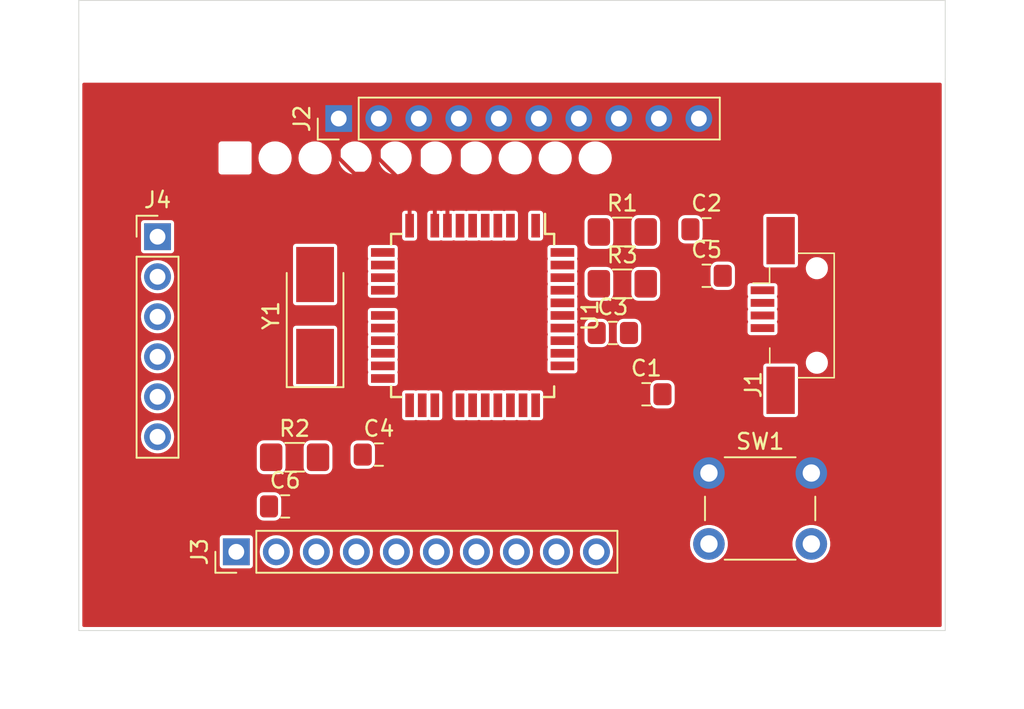
<source format=kicad_pcb>
(kicad_pcb (version 20171130) (host pcbnew 5.1.4)

  (general
    (thickness 1.6)
    (drawings 6)
    (tracks 15)
    (zones 0)
    (modules 16)
    (nets 47)
  )

  (page A4)
  (layers
    (0 F.Cu signal)
    (31 B.Cu signal)
    (32 B.Adhes user)
    (33 F.Adhes user)
    (34 B.Paste user)
    (35 F.Paste user)
    (36 B.SilkS user)
    (37 F.SilkS user)
    (38 B.Mask user)
    (39 F.Mask user)
    (40 Dwgs.User user)
    (41 Cmts.User user)
    (42 Eco1.User user)
    (43 Eco2.User user)
    (44 Edge.Cuts user)
    (45 Margin user)
    (46 B.CrtYd user)
    (47 F.CrtYd user)
    (48 B.Fab user)
    (49 F.Fab user)
  )

  (setup
    (last_trace_width 0.25)
    (trace_clearance 0.2)
    (zone_clearance 0.508)
    (zone_45_only no)
    (trace_min 0.2)
    (via_size 0.8)
    (via_drill 0.4)
    (via_min_size 0.4)
    (via_min_drill 0.3)
    (uvia_size 0.3)
    (uvia_drill 0.1)
    (uvias_allowed no)
    (uvia_min_size 0.2)
    (uvia_min_drill 0.1)
    (edge_width 0.05)
    (segment_width 0.2)
    (pcb_text_width 0.3)
    (pcb_text_size 1.5 1.5)
    (mod_edge_width 0.12)
    (mod_text_size 1 1)
    (mod_text_width 0.15)
    (pad_size 1.524 1.524)
    (pad_drill 0.762)
    (pad_to_mask_clearance 0.051)
    (solder_mask_min_width 0.25)
    (aux_axis_origin 0 0)
    (visible_elements FFFFFF7F)
    (pcbplotparams
      (layerselection 0x010fc_ffffffff)
      (usegerberextensions false)
      (usegerberattributes false)
      (usegerberadvancedattributes false)
      (creategerberjobfile false)
      (excludeedgelayer true)
      (linewidth 0.100000)
      (plotframeref false)
      (viasonmask false)
      (mode 1)
      (useauxorigin false)
      (hpglpennumber 1)
      (hpglpenspeed 20)
      (hpglpendiameter 15.000000)
      (psnegative false)
      (psa4output false)
      (plotreference true)
      (plotvalue true)
      (plotinvisibletext false)
      (padsonsilk false)
      (subtractmaskfromsilk false)
      (outputformat 1)
      (mirror false)
      (drillshape 1)
      (scaleselection 1)
      (outputdirectory ""))
  )

  (net 0 "")
  (net 1 "Net-(C1-Pad2)")
  (net 2 GND)
  (net 3 "Net-(C2-Pad1)")
  (net 4 "Net-(C3-Pad2)")
  (net 5 "Net-(C3-Pad1)")
  (net 6 +5V)
  (net 7 "Net-(J1-Pad6)")
  (net 8 "Net-(J1-Pad2)")
  (net 9 "Net-(J1-Pad3)")
  (net 10 "Net-(J1-Pad4)")
  (net 11 "Net-(J2-Pad10)")
  (net 12 "Net-(J2-Pad9)")
  (net 13 "Net-(J2-Pad8)")
  (net 14 "Net-(J2-Pad7)")
  (net 15 "Net-(J2-Pad6)")
  (net 16 "Net-(J2-Pad5)")
  (net 17 "Net-(J3-Pad10)")
  (net 18 "Net-(J3-Pad9)")
  (net 19 "Net-(J3-Pad8)")
  (net 20 "Net-(J3-Pad7)")
  (net 21 "Net-(J3-Pad6)")
  (net 22 "Net-(J3-Pad5)")
  (net 23 "Net-(J3-Pad4)")
  (net 24 "Net-(J3-Pad3)")
  (net 25 "Net-(J3-Pad2)")
  (net 26 "Net-(J3-Pad1)")
  (net 27 "Net-(J4-Pad6)")
  (net 28 "Net-(J4-Pad5)")
  (net 29 "Net-(J4-Pad4)")
  (net 30 "Net-(J4-Pad3)")
  (net 31 "Net-(J4-Pad2)")
  (net 32 "Net-(J4-Pad1)")
  (net 33 "Net-(R1-Pad2)")
  (net 34 "Net-(R2-Pad1)")
  (net 35 "Net-(R3-Pad2)")
  (net 36 "Net-(U1-Pad42)")
  (net 37 Pino8)
  (net 38 Pino9)
  (net 39 Pino10)
  (net 40 Pino11)
  (net 41 "Net-(U1-Pad32)")
  (net 42 "Net-(U1-Pad31)")
  (net 43 "Net-(U1-Pad30)")
  (net 44 "Net-(U1-Pad29)")
  (net 45 "Net-(U1-Pad28)")
  (net 46 "Net-(U1-Pad12)")

  (net_class Default "This is the default net class."
    (clearance 0.2)
    (trace_width 0.25)
    (via_dia 0.8)
    (via_drill 0.4)
    (uvia_dia 0.3)
    (uvia_drill 0.1)
    (add_net +5V)
    (add_net GND)
    (add_net "Net-(C1-Pad2)")
    (add_net "Net-(C2-Pad1)")
    (add_net "Net-(C3-Pad1)")
    (add_net "Net-(C3-Pad2)")
    (add_net "Net-(J1-Pad2)")
    (add_net "Net-(J1-Pad3)")
    (add_net "Net-(J1-Pad4)")
    (add_net "Net-(J1-Pad6)")
    (add_net "Net-(J2-Pad10)")
    (add_net "Net-(J2-Pad5)")
    (add_net "Net-(J2-Pad6)")
    (add_net "Net-(J2-Pad7)")
    (add_net "Net-(J2-Pad8)")
    (add_net "Net-(J2-Pad9)")
    (add_net "Net-(J3-Pad1)")
    (add_net "Net-(J3-Pad10)")
    (add_net "Net-(J3-Pad2)")
    (add_net "Net-(J3-Pad3)")
    (add_net "Net-(J3-Pad4)")
    (add_net "Net-(J3-Pad5)")
    (add_net "Net-(J3-Pad6)")
    (add_net "Net-(J3-Pad7)")
    (add_net "Net-(J3-Pad8)")
    (add_net "Net-(J3-Pad9)")
    (add_net "Net-(J4-Pad1)")
    (add_net "Net-(J4-Pad2)")
    (add_net "Net-(J4-Pad3)")
    (add_net "Net-(J4-Pad4)")
    (add_net "Net-(J4-Pad5)")
    (add_net "Net-(J4-Pad6)")
    (add_net "Net-(R1-Pad2)")
    (add_net "Net-(R2-Pad1)")
    (add_net "Net-(R3-Pad2)")
    (add_net "Net-(U1-Pad12)")
    (add_net "Net-(U1-Pad28)")
    (add_net "Net-(U1-Pad29)")
    (add_net "Net-(U1-Pad30)")
    (add_net "Net-(U1-Pad31)")
    (add_net "Net-(U1-Pad32)")
    (add_net "Net-(U1-Pad42)")
    (add_net Pino10)
    (add_net Pino11)
    (add_net Pino8)
    (add_net Pino9)
  )

  (module Crystal:Crystal_SMD_5032-2Pin_5.0x3.2mm_HandSoldering (layer F.Cu) (tedit 5A0FD1B2) (tstamp 5D7AC07A)
    (at 130 90 90)
    (descr "SMD Crystal SERIES SMD2520/2 http://www.icbase.com/File/PDF/HKC/HKC00061008.pdf, hand-soldering, 5.0x3.2mm^2 package")
    (tags "SMD SMT crystal hand-soldering")
    (path /5D7EB326)
    (attr smd)
    (fp_text reference Y1 (at 0 -2.8 90) (layer F.SilkS)
      (effects (font (size 1 1) (thickness 0.15)))
    )
    (fp_text value 16MHz (at 0 2.8 90) (layer F.Fab)
      (effects (font (size 1 1) (thickness 0.15)))
    )
    (fp_circle (center 0 0) (end 0.093333 0) (layer F.Adhes) (width 0.186667))
    (fp_circle (center 0 0) (end 0.213333 0) (layer F.Adhes) (width 0.133333))
    (fp_circle (center 0 0) (end 0.333333 0) (layer F.Adhes) (width 0.133333))
    (fp_circle (center 0 0) (end 0.4 0) (layer F.Adhes) (width 0.1))
    (fp_line (start 4.6 -1.9) (end -4.6 -1.9) (layer F.CrtYd) (width 0.05))
    (fp_line (start 4.6 1.9) (end 4.6 -1.9) (layer F.CrtYd) (width 0.05))
    (fp_line (start -4.6 1.9) (end 4.6 1.9) (layer F.CrtYd) (width 0.05))
    (fp_line (start -4.6 -1.9) (end -4.6 1.9) (layer F.CrtYd) (width 0.05))
    (fp_line (start -4.55 1.8) (end 2.7 1.8) (layer F.SilkS) (width 0.12))
    (fp_line (start -4.55 -1.8) (end -4.55 1.8) (layer F.SilkS) (width 0.12))
    (fp_line (start 2.7 -1.8) (end -4.55 -1.8) (layer F.SilkS) (width 0.12))
    (fp_line (start -2.5 0.6) (end -1.5 1.6) (layer F.Fab) (width 0.1))
    (fp_line (start -2.5 -1.4) (end -2.3 -1.6) (layer F.Fab) (width 0.1))
    (fp_line (start -2.5 1.4) (end -2.5 -1.4) (layer F.Fab) (width 0.1))
    (fp_line (start -2.3 1.6) (end -2.5 1.4) (layer F.Fab) (width 0.1))
    (fp_line (start 2.3 1.6) (end -2.3 1.6) (layer F.Fab) (width 0.1))
    (fp_line (start 2.5 1.4) (end 2.3 1.6) (layer F.Fab) (width 0.1))
    (fp_line (start 2.5 -1.4) (end 2.5 1.4) (layer F.Fab) (width 0.1))
    (fp_line (start 2.3 -1.6) (end 2.5 -1.4) (layer F.Fab) (width 0.1))
    (fp_line (start -2.3 -1.6) (end 2.3 -1.6) (layer F.Fab) (width 0.1))
    (fp_text user %R (at 0 0 90) (layer F.Fab)
      (effects (font (size 1 1) (thickness 0.15)))
    )
    (pad 2 smd rect (at 2.6 0 90) (size 3.5 2.4) (layers F.Cu F.Paste F.Mask)
      (net 3 "Net-(C2-Pad1)"))
    (pad 1 smd rect (at -2.6 0 90) (size 3.5 2.4) (layers F.Cu F.Paste F.Mask)
      (net 1 "Net-(C1-Pad2)"))
    (model ${KISYS3DMOD}/Crystal.3dshapes/Crystal_SMD_5032-2Pin_5.0x3.2mm_HandSoldering.wrl
      (at (xyz 0 0 0))
      (scale (xyz 1 1 1))
      (rotate (xyz 0 0 0))
    )
  )

  (module Package_QFP:TQFP-44_10x10mm_P0.8mm (layer F.Cu) (tedit 5A02F146) (tstamp 5D7AC05F)
    (at 140 90 270)
    (descr "44-Lead Plastic Thin Quad Flatpack (PT) - 10x10x1.0 mm Body [TQFP] (see Microchip Packaging Specification 00000049BS.pdf)")
    (tags "QFP 0.8")
    (path /5D7A3D5A)
    (attr smd)
    (fp_text reference U1 (at 0 -7.45 90) (layer F.SilkS)
      (effects (font (size 1 1) (thickness 0.15)))
    )
    (fp_text value ATmega16U4-AU (at 0 7.45 90) (layer F.Fab)
      (effects (font (size 1 1) (thickness 0.15)))
    )
    (fp_line (start -5.175 -4.6) (end -6.45 -4.6) (layer F.SilkS) (width 0.15))
    (fp_line (start 5.175 -5.175) (end 4.5 -5.175) (layer F.SilkS) (width 0.15))
    (fp_line (start 5.175 5.175) (end 4.5 5.175) (layer F.SilkS) (width 0.15))
    (fp_line (start -5.175 5.175) (end -4.5 5.175) (layer F.SilkS) (width 0.15))
    (fp_line (start -5.175 -5.175) (end -4.5 -5.175) (layer F.SilkS) (width 0.15))
    (fp_line (start -5.175 5.175) (end -5.175 4.5) (layer F.SilkS) (width 0.15))
    (fp_line (start 5.175 5.175) (end 5.175 4.5) (layer F.SilkS) (width 0.15))
    (fp_line (start 5.175 -5.175) (end 5.175 -4.5) (layer F.SilkS) (width 0.15))
    (fp_line (start -5.175 -5.175) (end -5.175 -4.6) (layer F.SilkS) (width 0.15))
    (fp_line (start -6.7 6.7) (end 6.7 6.7) (layer F.CrtYd) (width 0.05))
    (fp_line (start -6.7 -6.7) (end 6.7 -6.7) (layer F.CrtYd) (width 0.05))
    (fp_line (start 6.7 -6.7) (end 6.7 6.7) (layer F.CrtYd) (width 0.05))
    (fp_line (start -6.7 -6.7) (end -6.7 6.7) (layer F.CrtYd) (width 0.05))
    (fp_line (start -5 -4) (end -4 -5) (layer F.Fab) (width 0.15))
    (fp_line (start -5 5) (end -5 -4) (layer F.Fab) (width 0.15))
    (fp_line (start 5 5) (end -5 5) (layer F.Fab) (width 0.15))
    (fp_line (start 5 -5) (end 5 5) (layer F.Fab) (width 0.15))
    (fp_line (start -4 -5) (end 5 -5) (layer F.Fab) (width 0.15))
    (fp_text user %R (at 0 0 90) (layer F.Fab)
      (effects (font (size 1 1) (thickness 0.15)))
    )
    (pad 44 smd rect (at -4 -5.7) (size 1.5 0.55) (layers F.Cu F.Paste F.Mask)
      (net 6 +5V))
    (pad 43 smd rect (at -3.2 -5.7) (size 1.5 0.55) (layers F.Cu F.Paste F.Mask)
      (net 2 GND))
    (pad 42 smd rect (at -2.4 -5.7) (size 1.5 0.55) (layers F.Cu F.Paste F.Mask)
      (net 36 "Net-(U1-Pad42)"))
    (pad 41 smd rect (at -1.6 -5.7) (size 1.5 0.55) (layers F.Cu F.Paste F.Mask)
      (net 32 "Net-(J4-Pad1)"))
    (pad 40 smd rect (at -0.8 -5.7) (size 1.5 0.55) (layers F.Cu F.Paste F.Mask)
      (net 31 "Net-(J4-Pad2)"))
    (pad 39 smd rect (at 0 -5.7) (size 1.5 0.55) (layers F.Cu F.Paste F.Mask)
      (net 30 "Net-(J4-Pad3)"))
    (pad 38 smd rect (at 0.8 -5.7) (size 1.5 0.55) (layers F.Cu F.Paste F.Mask)
      (net 29 "Net-(J4-Pad4)"))
    (pad 37 smd rect (at 1.6 -5.7) (size 1.5 0.55) (layers F.Cu F.Paste F.Mask)
      (net 28 "Net-(J4-Pad5)"))
    (pad 36 smd rect (at 2.4 -5.7) (size 1.5 0.55) (layers F.Cu F.Paste F.Mask)
      (net 27 "Net-(J4-Pad6)"))
    (pad 35 smd rect (at 3.2 -5.7) (size 1.5 0.55) (layers F.Cu F.Paste F.Mask)
      (net 2 GND))
    (pad 34 smd rect (at 4 -5.7) (size 1.5 0.55) (layers F.Cu F.Paste F.Mask)
      (net 6 +5V))
    (pad 33 smd rect (at 5.7 -4 270) (size 1.5 0.55) (layers F.Cu F.Paste F.Mask)
      (net 18 "Net-(J3-Pad9)"))
    (pad 32 smd rect (at 5.7 -3.2 270) (size 1.5 0.55) (layers F.Cu F.Paste F.Mask)
      (net 41 "Net-(U1-Pad32)"))
    (pad 31 smd rect (at 5.7 -2.4 270) (size 1.5 0.55) (layers F.Cu F.Paste F.Mask)
      (net 42 "Net-(U1-Pad31)"))
    (pad 30 smd rect (at 5.7 -1.6 270) (size 1.5 0.55) (layers F.Cu F.Paste F.Mask)
      (net 43 "Net-(U1-Pad30)"))
    (pad 29 smd rect (at 5.7 -0.8 270) (size 1.5 0.55) (layers F.Cu F.Paste F.Mask)
      (net 44 "Net-(U1-Pad29)"))
    (pad 28 smd rect (at 5.7 0 270) (size 1.5 0.55) (layers F.Cu F.Paste F.Mask)
      (net 45 "Net-(U1-Pad28)"))
    (pad 27 smd rect (at 5.7 0.8 270) (size 1.5 0.55) (layers F.Cu F.Paste F.Mask)
      (net 19 "Net-(J3-Pad8)"))
    (pad 26 smd rect (at 5.7 1.6 270) (size 1.5 0.55) (layers F.Cu F.Paste F.Mask)
      (net 20 "Net-(J3-Pad7)"))
    (pad 25 smd rect (at 5.7 2.4 270) (size 1.5 0.55) (layers F.Cu F.Paste F.Mask)
      (net 22 "Net-(J3-Pad5)"))
    (pad 24 smd rect (at 5.7 3.2 270) (size 1.5 0.55) (layers F.Cu F.Paste F.Mask)
      (net 6 +5V))
    (pad 23 smd rect (at 5.7 4 270) (size 1.5 0.55) (layers F.Cu F.Paste F.Mask)
      (net 2 GND))
    (pad 22 smd rect (at 4 5.7) (size 1.5 0.55) (layers F.Cu F.Paste F.Mask)
      (net 21 "Net-(J3-Pad6)"))
    (pad 21 smd rect (at 3.2 5.7) (size 1.5 0.55) (layers F.Cu F.Paste F.Mask)
      (net 23 "Net-(J3-Pad4)"))
    (pad 20 smd rect (at 2.4 5.7) (size 1.5 0.55) (layers F.Cu F.Paste F.Mask)
      (net 24 "Net-(J3-Pad3)"))
    (pad 19 smd rect (at 1.6 5.7) (size 1.5 0.55) (layers F.Cu F.Paste F.Mask)
      (net 25 "Net-(J3-Pad2)"))
    (pad 18 smd rect (at 0.8 5.7) (size 1.5 0.55) (layers F.Cu F.Paste F.Mask)
      (net 26 "Net-(J3-Pad1)"))
    (pad 17 smd rect (at 0 5.7) (size 1.5 0.55) (layers F.Cu F.Paste F.Mask)
      (net 1 "Net-(C1-Pad2)"))
    (pad 16 smd rect (at -0.8 5.7) (size 1.5 0.55) (layers F.Cu F.Paste F.Mask)
      (net 3 "Net-(C2-Pad1)"))
    (pad 15 smd rect (at -1.6 5.7) (size 1.5 0.55) (layers F.Cu F.Paste F.Mask)
      (net 2 GND))
    (pad 14 smd rect (at -2.4 5.7) (size 1.5 0.55) (layers F.Cu F.Paste F.Mask)
      (net 6 +5V))
    (pad 13 smd rect (at -3.2 5.7) (size 1.5 0.55) (layers F.Cu F.Paste F.Mask)
      (net 35 "Net-(R3-Pad2)"))
    (pad 12 smd rect (at -4 5.7) (size 1.5 0.55) (layers F.Cu F.Paste F.Mask)
      (net 46 "Net-(U1-Pad12)"))
    (pad 11 smd rect (at -5.7 4 270) (size 1.5 0.55) (layers F.Cu F.Paste F.Mask)
      (net 40 Pino11))
    (pad 10 smd rect (at -5.7 3.2 270) (size 1.5 0.55) (layers F.Cu F.Paste F.Mask)
      (net 39 Pino10))
    (pad 9 smd rect (at -5.7 2.4 270) (size 1.5 0.55) (layers F.Cu F.Paste F.Mask)
      (net 38 Pino9))
    (pad 8 smd rect (at -5.7 1.6 270) (size 1.5 0.55) (layers F.Cu F.Paste F.Mask)
      (net 37 Pino8))
    (pad 7 smd rect (at -5.7 0.8 270) (size 1.5 0.55) (layers F.Cu F.Paste F.Mask)
      (net 6 +5V))
    (pad 6 smd rect (at -5.7 0 270) (size 1.5 0.55) (layers F.Cu F.Paste F.Mask)
      (net 4 "Net-(C3-Pad2)"))
    (pad 5 smd rect (at -5.7 -0.8 270) (size 1.5 0.55) (layers F.Cu F.Paste F.Mask)
      (net 2 GND))
    (pad 4 smd rect (at -5.7 -1.6 270) (size 1.5 0.55) (layers F.Cu F.Paste F.Mask)
      (net 33 "Net-(R1-Pad2)"))
    (pad 3 smd rect (at -5.7 -2.4 270) (size 1.5 0.55) (layers F.Cu F.Paste F.Mask)
      (net 34 "Net-(R2-Pad1)"))
    (pad 2 smd rect (at -5.7 -3.2 270) (size 1.5 0.55) (layers F.Cu F.Paste F.Mask)
      (net 6 +5V))
    (pad 1 smd rect (at -5.7 -4 270) (size 1.5 0.55) (layers F.Cu F.Paste F.Mask)
      (net 17 "Net-(J3-Pad10)"))
    (model ${KISYS3DMOD}/Package_QFP.3dshapes/TQFP-44_10x10mm_P0.8mm.wrl
      (at (xyz 0 0 0))
      (scale (xyz 1 1 1))
      (rotate (xyz 0 0 0))
    )
  )

  (module Button_Switch_THT:SW_PUSH_6mm (layer F.Cu) (tedit 5A02FE31) (tstamp 5D7AC01C)
    (at 155 100)
    (descr https://www.omron.com/ecb/products/pdf/en-b3f.pdf)
    (tags "tact sw push 6mm")
    (path /5D840BCF)
    (fp_text reference SW1 (at 3.25 -2) (layer F.SilkS)
      (effects (font (size 1 1) (thickness 0.15)))
    )
    (fp_text value SW_Push (at 3.75 6.7) (layer F.Fab)
      (effects (font (size 1 1) (thickness 0.15)))
    )
    (fp_circle (center 3.25 2.25) (end 1.25 2.5) (layer F.Fab) (width 0.1))
    (fp_line (start 6.75 3) (end 6.75 1.5) (layer F.SilkS) (width 0.12))
    (fp_line (start 5.5 -1) (end 1 -1) (layer F.SilkS) (width 0.12))
    (fp_line (start -0.25 1.5) (end -0.25 3) (layer F.SilkS) (width 0.12))
    (fp_line (start 1 5.5) (end 5.5 5.5) (layer F.SilkS) (width 0.12))
    (fp_line (start 8 -1.25) (end 8 5.75) (layer F.CrtYd) (width 0.05))
    (fp_line (start 7.75 6) (end -1.25 6) (layer F.CrtYd) (width 0.05))
    (fp_line (start -1.5 5.75) (end -1.5 -1.25) (layer F.CrtYd) (width 0.05))
    (fp_line (start -1.25 -1.5) (end 7.75 -1.5) (layer F.CrtYd) (width 0.05))
    (fp_line (start -1.5 6) (end -1.25 6) (layer F.CrtYd) (width 0.05))
    (fp_line (start -1.5 5.75) (end -1.5 6) (layer F.CrtYd) (width 0.05))
    (fp_line (start -1.5 -1.5) (end -1.25 -1.5) (layer F.CrtYd) (width 0.05))
    (fp_line (start -1.5 -1.25) (end -1.5 -1.5) (layer F.CrtYd) (width 0.05))
    (fp_line (start 8 -1.5) (end 8 -1.25) (layer F.CrtYd) (width 0.05))
    (fp_line (start 7.75 -1.5) (end 8 -1.5) (layer F.CrtYd) (width 0.05))
    (fp_line (start 8 6) (end 8 5.75) (layer F.CrtYd) (width 0.05))
    (fp_line (start 7.75 6) (end 8 6) (layer F.CrtYd) (width 0.05))
    (fp_line (start 0.25 -0.75) (end 3.25 -0.75) (layer F.Fab) (width 0.1))
    (fp_line (start 0.25 5.25) (end 0.25 -0.75) (layer F.Fab) (width 0.1))
    (fp_line (start 6.25 5.25) (end 0.25 5.25) (layer F.Fab) (width 0.1))
    (fp_line (start 6.25 -0.75) (end 6.25 5.25) (layer F.Fab) (width 0.1))
    (fp_line (start 3.25 -0.75) (end 6.25 -0.75) (layer F.Fab) (width 0.1))
    (fp_text user %R (at 3.25 2.25) (layer F.Fab)
      (effects (font (size 1 1) (thickness 0.15)))
    )
    (pad 1 thru_hole circle (at 6.5 0 90) (size 2 2) (drill 1.1) (layers *.Cu *.Mask)
      (net 2 GND))
    (pad 2 thru_hole circle (at 6.5 4.5 90) (size 2 2) (drill 1.1) (layers *.Cu *.Mask)
      (net 35 "Net-(R3-Pad2)"))
    (pad 1 thru_hole circle (at 0 0 90) (size 2 2) (drill 1.1) (layers *.Cu *.Mask)
      (net 2 GND))
    (pad 2 thru_hole circle (at 0 4.5 90) (size 2 2) (drill 1.1) (layers *.Cu *.Mask)
      (net 35 "Net-(R3-Pad2)"))
    (model ${KISYS3DMOD}/Button_Switch_THT.3dshapes/SW_PUSH_6mm.wrl
      (at (xyz 0 0 0))
      (scale (xyz 1 1 1))
      (rotate (xyz 0 0 0))
    )
  )

  (module Resistor_SMD:R_1206_3216Metric_Pad1.42x1.75mm_HandSolder (layer F.Cu) (tedit 5B301BBD) (tstamp 5D7ABFFD)
    (at 149.5 87.99)
    (descr "Resistor SMD 1206 (3216 Metric), square (rectangular) end terminal, IPC_7351 nominal with elongated pad for handsoldering. (Body size source: http://www.tortai-tech.com/upload/download/2011102023233369053.pdf), generated with kicad-footprint-generator")
    (tags "resistor handsolder")
    (path /5D83FE22)
    (attr smd)
    (fp_text reference R3 (at 0 -1.82) (layer F.SilkS)
      (effects (font (size 1 1) (thickness 0.15)))
    )
    (fp_text value 10k (at 0 1.82) (layer F.Fab)
      (effects (font (size 1 1) (thickness 0.15)))
    )
    (fp_text user %R (at 0 0) (layer F.Fab)
      (effects (font (size 0.8 0.8) (thickness 0.12)))
    )
    (fp_line (start 2.45 1.12) (end -2.45 1.12) (layer F.CrtYd) (width 0.05))
    (fp_line (start 2.45 -1.12) (end 2.45 1.12) (layer F.CrtYd) (width 0.05))
    (fp_line (start -2.45 -1.12) (end 2.45 -1.12) (layer F.CrtYd) (width 0.05))
    (fp_line (start -2.45 1.12) (end -2.45 -1.12) (layer F.CrtYd) (width 0.05))
    (fp_line (start -0.602064 0.91) (end 0.602064 0.91) (layer F.SilkS) (width 0.12))
    (fp_line (start -0.602064 -0.91) (end 0.602064 -0.91) (layer F.SilkS) (width 0.12))
    (fp_line (start 1.6 0.8) (end -1.6 0.8) (layer F.Fab) (width 0.1))
    (fp_line (start 1.6 -0.8) (end 1.6 0.8) (layer F.Fab) (width 0.1))
    (fp_line (start -1.6 -0.8) (end 1.6 -0.8) (layer F.Fab) (width 0.1))
    (fp_line (start -1.6 0.8) (end -1.6 -0.8) (layer F.Fab) (width 0.1))
    (pad 2 smd roundrect (at 1.4875 0) (size 1.425 1.75) (layers F.Cu F.Paste F.Mask) (roundrect_rratio 0.175439)
      (net 35 "Net-(R3-Pad2)"))
    (pad 1 smd roundrect (at -1.4875 0) (size 1.425 1.75) (layers F.Cu F.Paste F.Mask) (roundrect_rratio 0.175439)
      (net 6 +5V))
    (model ${KISYS3DMOD}/Resistor_SMD.3dshapes/R_1206_3216Metric.wrl
      (at (xyz 0 0 0))
      (scale (xyz 1 1 1))
      (rotate (xyz 0 0 0))
    )
  )

  (module Resistor_SMD:R_1206_3216Metric_Pad1.42x1.75mm_HandSolder (layer F.Cu) (tedit 5B301BBD) (tstamp 5D7ABFEC)
    (at 128.7 99)
    (descr "Resistor SMD 1206 (3216 Metric), square (rectangular) end terminal, IPC_7351 nominal with elongated pad for handsoldering. (Body size source: http://www.tortai-tech.com/upload/download/2011102023233369053.pdf), generated with kicad-footprint-generator")
    (tags "resistor handsolder")
    (path /5D7BB9CA)
    (attr smd)
    (fp_text reference R2 (at 0 -1.82) (layer F.SilkS)
      (effects (font (size 1 1) (thickness 0.15)))
    )
    (fp_text value 22R (at 0 1.82) (layer F.Fab)
      (effects (font (size 1 1) (thickness 0.15)))
    )
    (fp_text user %R (at 0 0) (layer F.Fab)
      (effects (font (size 0.8 0.8) (thickness 0.12)))
    )
    (fp_line (start 2.45 1.12) (end -2.45 1.12) (layer F.CrtYd) (width 0.05))
    (fp_line (start 2.45 -1.12) (end 2.45 1.12) (layer F.CrtYd) (width 0.05))
    (fp_line (start -2.45 -1.12) (end 2.45 -1.12) (layer F.CrtYd) (width 0.05))
    (fp_line (start -2.45 1.12) (end -2.45 -1.12) (layer F.CrtYd) (width 0.05))
    (fp_line (start -0.602064 0.91) (end 0.602064 0.91) (layer F.SilkS) (width 0.12))
    (fp_line (start -0.602064 -0.91) (end 0.602064 -0.91) (layer F.SilkS) (width 0.12))
    (fp_line (start 1.6 0.8) (end -1.6 0.8) (layer F.Fab) (width 0.1))
    (fp_line (start 1.6 -0.8) (end 1.6 0.8) (layer F.Fab) (width 0.1))
    (fp_line (start -1.6 -0.8) (end 1.6 -0.8) (layer F.Fab) (width 0.1))
    (fp_line (start -1.6 0.8) (end -1.6 -0.8) (layer F.Fab) (width 0.1))
    (pad 2 smd roundrect (at 1.4875 0) (size 1.425 1.75) (layers F.Cu F.Paste F.Mask) (roundrect_rratio 0.175439)
      (net 8 "Net-(J1-Pad2)"))
    (pad 1 smd roundrect (at -1.4875 0) (size 1.425 1.75) (layers F.Cu F.Paste F.Mask) (roundrect_rratio 0.175439)
      (net 34 "Net-(R2-Pad1)"))
    (model ${KISYS3DMOD}/Resistor_SMD.3dshapes/R_1206_3216Metric.wrl
      (at (xyz 0 0 0))
      (scale (xyz 1 1 1))
      (rotate (xyz 0 0 0))
    )
  )

  (module Resistor_SMD:R_1206_3216Metric_Pad1.42x1.75mm_HandSolder (layer F.Cu) (tedit 5B301BBD) (tstamp 5D7ABFDB)
    (at 149.5 84.7)
    (descr "Resistor SMD 1206 (3216 Metric), square (rectangular) end terminal, IPC_7351 nominal with elongated pad for handsoldering. (Body size source: http://www.tortai-tech.com/upload/download/2011102023233369053.pdf), generated with kicad-footprint-generator")
    (tags "resistor handsolder")
    (path /5D7BB45B)
    (attr smd)
    (fp_text reference R1 (at 0 -1.82) (layer F.SilkS)
      (effects (font (size 1 1) (thickness 0.15)))
    )
    (fp_text value 22R (at 0 1.82) (layer F.Fab)
      (effects (font (size 1 1) (thickness 0.15)))
    )
    (fp_text user %R (at 0 0) (layer F.Fab)
      (effects (font (size 0.8 0.8) (thickness 0.12)))
    )
    (fp_line (start 2.45 1.12) (end -2.45 1.12) (layer F.CrtYd) (width 0.05))
    (fp_line (start 2.45 -1.12) (end 2.45 1.12) (layer F.CrtYd) (width 0.05))
    (fp_line (start -2.45 -1.12) (end 2.45 -1.12) (layer F.CrtYd) (width 0.05))
    (fp_line (start -2.45 1.12) (end -2.45 -1.12) (layer F.CrtYd) (width 0.05))
    (fp_line (start -0.602064 0.91) (end 0.602064 0.91) (layer F.SilkS) (width 0.12))
    (fp_line (start -0.602064 -0.91) (end 0.602064 -0.91) (layer F.SilkS) (width 0.12))
    (fp_line (start 1.6 0.8) (end -1.6 0.8) (layer F.Fab) (width 0.1))
    (fp_line (start 1.6 -0.8) (end 1.6 0.8) (layer F.Fab) (width 0.1))
    (fp_line (start -1.6 -0.8) (end 1.6 -0.8) (layer F.Fab) (width 0.1))
    (fp_line (start -1.6 0.8) (end -1.6 -0.8) (layer F.Fab) (width 0.1))
    (pad 2 smd roundrect (at 1.4875 0) (size 1.425 1.75) (layers F.Cu F.Paste F.Mask) (roundrect_rratio 0.175439)
      (net 33 "Net-(R1-Pad2)"))
    (pad 1 smd roundrect (at -1.4875 0) (size 1.425 1.75) (layers F.Cu F.Paste F.Mask) (roundrect_rratio 0.175439)
      (net 9 "Net-(J1-Pad3)"))
    (model ${KISYS3DMOD}/Resistor_SMD.3dshapes/R_1206_3216Metric.wrl
      (at (xyz 0 0 0))
      (scale (xyz 1 1 1))
      (rotate (xyz 0 0 0))
    )
  )

  (module Connector_PinHeader_2.54mm:PinHeader_1x06_P2.54mm_Vertical (layer F.Cu) (tedit 59FED5CC) (tstamp 5D7ABFCA)
    (at 120 85)
    (descr "Through hole straight pin header, 1x06, 2.54mm pitch, single row")
    (tags "Through hole pin header THT 1x06 2.54mm single row")
    (path /5D85BD0D)
    (fp_text reference J4 (at 0 -2.33) (layer F.SilkS)
      (effects (font (size 1 1) (thickness 0.15)))
    )
    (fp_text value Conn_01x06_Female (at 0 15.03) (layer F.Fab)
      (effects (font (size 1 1) (thickness 0.15)))
    )
    (fp_text user %R (at 0 6.35 90) (layer F.Fab)
      (effects (font (size 1 1) (thickness 0.15)))
    )
    (fp_line (start 1.8 -1.8) (end -1.8 -1.8) (layer F.CrtYd) (width 0.05))
    (fp_line (start 1.8 14.5) (end 1.8 -1.8) (layer F.CrtYd) (width 0.05))
    (fp_line (start -1.8 14.5) (end 1.8 14.5) (layer F.CrtYd) (width 0.05))
    (fp_line (start -1.8 -1.8) (end -1.8 14.5) (layer F.CrtYd) (width 0.05))
    (fp_line (start -1.33 -1.33) (end 0 -1.33) (layer F.SilkS) (width 0.12))
    (fp_line (start -1.33 0) (end -1.33 -1.33) (layer F.SilkS) (width 0.12))
    (fp_line (start -1.33 1.27) (end 1.33 1.27) (layer F.SilkS) (width 0.12))
    (fp_line (start 1.33 1.27) (end 1.33 14.03) (layer F.SilkS) (width 0.12))
    (fp_line (start -1.33 1.27) (end -1.33 14.03) (layer F.SilkS) (width 0.12))
    (fp_line (start -1.33 14.03) (end 1.33 14.03) (layer F.SilkS) (width 0.12))
    (fp_line (start -1.27 -0.635) (end -0.635 -1.27) (layer F.Fab) (width 0.1))
    (fp_line (start -1.27 13.97) (end -1.27 -0.635) (layer F.Fab) (width 0.1))
    (fp_line (start 1.27 13.97) (end -1.27 13.97) (layer F.Fab) (width 0.1))
    (fp_line (start 1.27 -1.27) (end 1.27 13.97) (layer F.Fab) (width 0.1))
    (fp_line (start -0.635 -1.27) (end 1.27 -1.27) (layer F.Fab) (width 0.1))
    (pad 6 thru_hole oval (at 0 12.7) (size 1.7 1.7) (drill 1) (layers *.Cu *.Mask)
      (net 27 "Net-(J4-Pad6)"))
    (pad 5 thru_hole oval (at 0 10.16) (size 1.7 1.7) (drill 1) (layers *.Cu *.Mask)
      (net 28 "Net-(J4-Pad5)"))
    (pad 4 thru_hole oval (at 0 7.62) (size 1.7 1.7) (drill 1) (layers *.Cu *.Mask)
      (net 29 "Net-(J4-Pad4)"))
    (pad 3 thru_hole oval (at 0 5.08) (size 1.7 1.7) (drill 1) (layers *.Cu *.Mask)
      (net 30 "Net-(J4-Pad3)"))
    (pad 2 thru_hole oval (at 0 2.54) (size 1.7 1.7) (drill 1) (layers *.Cu *.Mask)
      (net 31 "Net-(J4-Pad2)"))
    (pad 1 thru_hole rect (at 0 0) (size 1.7 1.7) (drill 1) (layers *.Cu *.Mask)
      (net 32 "Net-(J4-Pad1)"))
    (model ${KISYS3DMOD}/Connector_PinHeader_2.54mm.3dshapes/PinHeader_1x06_P2.54mm_Vertical.wrl
      (at (xyz 0 0 0))
      (scale (xyz 1 1 1))
      (rotate (xyz 0 0 0))
    )
  )

  (module Connector_PinHeader_2.54mm:PinHeader_1x10_P2.54mm_Vertical (layer F.Cu) (tedit 59FED5CC) (tstamp 5D7ABFB0)
    (at 125 105 90)
    (descr "Through hole straight pin header, 1x10, 2.54mm pitch, single row")
    (tags "Through hole pin header THT 1x10 2.54mm single row")
    (path /5D85A812)
    (fp_text reference J3 (at 0 -2.33 90) (layer F.SilkS)
      (effects (font (size 1 1) (thickness 0.15)))
    )
    (fp_text value Conn_01x10_Female (at -5 10) (layer F.Fab)
      (effects (font (size 1 1) (thickness 0.15)))
    )
    (fp_text user %R (at 0 11.43) (layer F.Fab)
      (effects (font (size 1 1) (thickness 0.15)))
    )
    (fp_line (start 1.8 -1.8) (end -1.8 -1.8) (layer F.CrtYd) (width 0.05))
    (fp_line (start 1.8 24.65) (end 1.8 -1.8) (layer F.CrtYd) (width 0.05))
    (fp_line (start -1.8 24.65) (end 1.8 24.65) (layer F.CrtYd) (width 0.05))
    (fp_line (start -1.8 -1.8) (end -1.8 24.65) (layer F.CrtYd) (width 0.05))
    (fp_line (start -1.33 -1.33) (end 0 -1.33) (layer F.SilkS) (width 0.12))
    (fp_line (start -1.33 0) (end -1.33 -1.33) (layer F.SilkS) (width 0.12))
    (fp_line (start -1.33 1.27) (end 1.33 1.27) (layer F.SilkS) (width 0.12))
    (fp_line (start 1.33 1.27) (end 1.33 24.19) (layer F.SilkS) (width 0.12))
    (fp_line (start -1.33 1.27) (end -1.33 24.19) (layer F.SilkS) (width 0.12))
    (fp_line (start -1.33 24.19) (end 1.33 24.19) (layer F.SilkS) (width 0.12))
    (fp_line (start -1.27 -0.635) (end -0.635 -1.27) (layer F.Fab) (width 0.1))
    (fp_line (start -1.27 24.13) (end -1.27 -0.635) (layer F.Fab) (width 0.1))
    (fp_line (start 1.27 24.13) (end -1.27 24.13) (layer F.Fab) (width 0.1))
    (fp_line (start 1.27 -1.27) (end 1.27 24.13) (layer F.Fab) (width 0.1))
    (fp_line (start -0.635 -1.27) (end 1.27 -1.27) (layer F.Fab) (width 0.1))
    (pad 10 thru_hole oval (at 0 22.86 90) (size 1.7 1.7) (drill 1) (layers *.Cu *.Mask)
      (net 17 "Net-(J3-Pad10)"))
    (pad 9 thru_hole oval (at 0 20.32 90) (size 1.7 1.7) (drill 1) (layers *.Cu *.Mask)
      (net 18 "Net-(J3-Pad9)"))
    (pad 8 thru_hole oval (at 0 17.78 90) (size 1.7 1.7) (drill 1) (layers *.Cu *.Mask)
      (net 19 "Net-(J3-Pad8)"))
    (pad 7 thru_hole oval (at 0 15.24 90) (size 1.7 1.7) (drill 1) (layers *.Cu *.Mask)
      (net 20 "Net-(J3-Pad7)"))
    (pad 6 thru_hole oval (at 0 12.7 90) (size 1.7 1.7) (drill 1) (layers *.Cu *.Mask)
      (net 21 "Net-(J3-Pad6)"))
    (pad 5 thru_hole oval (at 0 10.16 90) (size 1.7 1.7) (drill 1) (layers *.Cu *.Mask)
      (net 22 "Net-(J3-Pad5)"))
    (pad 4 thru_hole oval (at 0 7.62 90) (size 1.7 1.7) (drill 1) (layers *.Cu *.Mask)
      (net 23 "Net-(J3-Pad4)"))
    (pad 3 thru_hole oval (at 0 5.08 90) (size 1.7 1.7) (drill 1) (layers *.Cu *.Mask)
      (net 24 "Net-(J3-Pad3)"))
    (pad 2 thru_hole oval (at 0 2.54 90) (size 1.7 1.7) (drill 1) (layers *.Cu *.Mask)
      (net 25 "Net-(J3-Pad2)"))
    (pad 1 thru_hole rect (at 0 0 90) (size 1.7 1.7) (drill 1) (layers *.Cu *.Mask)
      (net 26 "Net-(J3-Pad1)"))
    (model ${KISYS3DMOD}/Connector_PinHeader_2.54mm.3dshapes/PinHeader_1x10_P2.54mm_Vertical.wrl
      (at (xyz 0 0 0))
      (scale (xyz 1 1 1))
      (rotate (xyz 0 0 0))
    )
  )

  (module Connector_PinHeader_2.54mm:PinHeader_1x10_P2.54mm_Vertical (layer F.Cu) (tedit 59FED5CC) (tstamp 5D7ABF92)
    (at 131.5 77.5 90)
    (descr "Through hole straight pin header, 1x10, 2.54mm pitch, single row")
    (tags "Through hole pin header THT 1x10 2.54mm single row")
    (path /5D859DCC)
    (fp_text reference J2 (at 0 -2.33 90) (layer F.SilkS)
      (effects (font (size 1 1) (thickness 0.15)))
    )
    (fp_text value Conn_01x10_Female (at 5 10.08) (layer F.Fab)
      (effects (font (size 1 1) (thickness 0.15)))
    )
    (fp_text user %R (at 0 11.43) (layer F.Fab)
      (effects (font (size 1 1) (thickness 0.15)))
    )
    (fp_line (start 1.8 -1.8) (end -1.8 -1.8) (layer F.CrtYd) (width 0.05))
    (fp_line (start 1.8 24.65) (end 1.8 -1.8) (layer F.CrtYd) (width 0.05))
    (fp_line (start -1.8 24.65) (end 1.8 24.65) (layer F.CrtYd) (width 0.05))
    (fp_line (start -1.8 -1.8) (end -1.8 24.65) (layer F.CrtYd) (width 0.05))
    (fp_line (start -1.33 -1.33) (end 0 -1.33) (layer F.SilkS) (width 0.12))
    (fp_line (start -1.33 0) (end -1.33 -1.33) (layer F.SilkS) (width 0.12))
    (fp_line (start -1.33 1.27) (end 1.33 1.27) (layer F.SilkS) (width 0.12))
    (fp_line (start 1.33 1.27) (end 1.33 24.19) (layer F.SilkS) (width 0.12))
    (fp_line (start -1.33 1.27) (end -1.33 24.19) (layer F.SilkS) (width 0.12))
    (fp_line (start -1.33 24.19) (end 1.33 24.19) (layer F.SilkS) (width 0.12))
    (fp_line (start -1.27 -0.635) (end -0.635 -1.27) (layer F.Fab) (width 0.1))
    (fp_line (start -1.27 24.13) (end -1.27 -0.635) (layer F.Fab) (width 0.1))
    (fp_line (start 1.27 24.13) (end -1.27 24.13) (layer F.Fab) (width 0.1))
    (fp_line (start 1.27 -1.27) (end 1.27 24.13) (layer F.Fab) (width 0.1))
    (fp_line (start -0.635 -1.27) (end 1.27 -1.27) (layer F.Fab) (width 0.1))
    (pad 10 thru_hole oval (at 0 22.86 90) (size 1.7 1.7) (drill 1) (layers *.Cu *.Mask)
      (net 11 "Net-(J2-Pad10)"))
    (pad 9 thru_hole oval (at 0 20.32 90) (size 1.7 1.7) (drill 1) (layers *.Cu *.Mask)
      (net 12 "Net-(J2-Pad9)"))
    (pad 8 thru_hole oval (at 0 17.78 90) (size 1.7 1.7) (drill 1) (layers *.Cu *.Mask)
      (net 13 "Net-(J2-Pad8)"))
    (pad 7 thru_hole oval (at 0 15.24 90) (size 1.7 1.7) (drill 1) (layers *.Cu *.Mask)
      (net 14 "Net-(J2-Pad7)"))
    (pad 6 thru_hole oval (at 0 12.7 90) (size 1.7 1.7) (drill 1) (layers *.Cu *.Mask)
      (net 15 "Net-(J2-Pad6)"))
    (pad 5 thru_hole oval (at 0 10.16 90) (size 1.7 1.7) (drill 1) (layers *.Cu *.Mask)
      (net 16 "Net-(J2-Pad5)"))
    (pad 4 thru_hole oval (at 0 7.62 90) (size 1.7 1.7) (drill 1) (layers *.Cu *.Mask)
      (net 37 Pino8))
    (pad 3 thru_hole oval (at 0 5.08 90) (size 1.7 1.7) (drill 1) (layers *.Cu *.Mask)
      (net 38 Pino9))
    (pad 2 thru_hole oval (at 0 2.54 90) (size 1.7 1.7) (drill 1) (layers *.Cu *.Mask)
      (net 39 Pino10))
    (pad 1 thru_hole rect (at 0 0 90) (size 1.7 1.7) (drill 1) (layers *.Cu *.Mask)
      (net 40 Pino11))
    (model ${KISYS3DMOD}/Connector_PinHeader_2.54mm.3dshapes/PinHeader_1x10_P2.54mm_Vertical.wrl
      (at (xyz 0 0 0))
      (scale (xyz 1 1 1))
      (rotate (xyz 0 0 0))
    )
  )

  (module Connector_USB:USB_Mini-B_AdamTech_MUSB-B5-S-VT-TSMT-1_SMD_Vertical (layer F.Cu) (tedit 5B6C3FF0) (tstamp 5D7ABF74)
    (at 160 90)
    (descr http://www.adam-tech.com/upload/MUSB-B5-S-VT-TSMT-1.pdf)
    (tags "USB Mini-B")
    (path /5D887B85)
    (attr smd)
    (fp_text reference J1 (at -2.18 4.39 90) (layer F.SilkS)
      (effects (font (size 1 1) (thickness 0.15)))
    )
    (fp_text value USB_B_Mini (at 0 7.58) (layer F.Fab)
      (effects (font (size 1 1) (thickness 0.15)))
    )
    (fp_line (start -0.65 -1.6) (end -1.05 -1.35) (layer F.Fab) (width 0.1))
    (fp_line (start -1.05 -1.85) (end -0.65 -1.6) (layer F.Fab) (width 0.1))
    (fp_line (start 2.95 -3.95) (end 0.65 -3.95) (layer F.SilkS) (width 0.1))
    (fp_line (start 2.95 3.95) (end 2.95 -3.95) (layer F.SilkS) (width 0.1))
    (fp_line (start 0.65 3.95) (end 2.95 3.95) (layer F.SilkS) (width 0.1))
    (fp_line (start -1.138539 2.064476) (end -1.138539 3.064476) (layer F.SilkS) (width 0.1))
    (fp_line (start -2.2 -2.05) (end -1.15 -2.05) (layer F.SilkS) (width 0.1))
    (fp_line (start -1.15 -2.05) (end -1.15 -3.05) (layer F.SilkS) (width 0.1))
    (fp_line (start 0.2 -5.85) (end 0.2 -3.85) (layer F.Fab) (width 0.1))
    (fp_line (start -1.05 -5.85) (end 0.2 -5.85) (layer F.Fab) (width 0.1))
    (fp_line (start 0.2 5.85) (end 0.2 3.85) (layer F.Fab) (width 0.1))
    (fp_line (start -1.05 5.85) (end 0.2 5.85) (layer F.Fab) (width 0.1))
    (fp_line (start -1.05 -5.85) (end -1.05 5.85) (layer F.Fab) (width 0.1))
    (fp_line (start -1.05 3.85) (end 2.85 3.85) (layer F.Fab) (width 0.1))
    (fp_line (start 2.85 -3.85) (end -1.05 -3.85) (layer F.Fab) (width 0.1))
    (fp_line (start 2.85 3.85) (end 2.85 -3.85) (layer F.Fab) (width 0.1))
    (fp_text user %R (at 0.49 0.015 90) (layer F.Fab)
      (effects (font (size 1 1) (thickness 0.15)))
    )
    (fp_line (start -2.85 6.75) (end -2.85 -6.75) (layer F.CrtYd) (width 0.05))
    (fp_line (start 3.35 6.75) (end -2.85 6.75) (layer F.CrtYd) (width 0.05))
    (fp_line (start 3.35 -6.75) (end 3.35 6.75) (layer F.CrtYd) (width 0.05))
    (fp_line (start -2.85 -6.75) (end 3.35 -6.75) (layer F.CrtYd) (width 0.05))
    (pad 6 smd rect (at -0.45 -4.75 90) (size 3 1.8) (layers F.Cu F.Paste F.Mask)
      (net 7 "Net-(J1-Pad6)"))
    (pad 6 smd rect (at -0.45 4.75 90) (size 3 1.8) (layers F.Cu F.Paste F.Mask)
      (net 7 "Net-(J1-Pad6)"))
    (pad 1 smd rect (at -1.6 -1.6 90) (size 0.5 1.5) (layers F.Cu F.Paste F.Mask)
      (net 6 +5V))
    (pad 2 smd rect (at -1.6 -0.8 90) (size 0.5 1.5) (layers F.Cu F.Paste F.Mask)
      (net 8 "Net-(J1-Pad2)"))
    (pad 3 smd rect (at -1.6 0 90) (size 0.5 1.5) (layers F.Cu F.Paste F.Mask)
      (net 9 "Net-(J1-Pad3)"))
    (pad 4 smd rect (at -1.6 0.8 90) (size 0.5 1.5) (layers F.Cu F.Paste F.Mask)
      (net 10 "Net-(J1-Pad4)"))
    (pad 5 smd rect (at -1.6 1.6 90) (size 0.5 1.5) (layers F.Cu F.Paste F.Mask)
      (net 2 GND))
    (pad "" np_thru_hole circle (at 1.85 -3 90) (size 1 1) (drill 1) (layers *.Cu *.Mask))
    (pad "" np_thru_hole circle (at 1.85 3 90) (size 1 1) (drill 1) (layers *.Cu *.Mask))
    (model ${KISYS3DMOD}/Connector_USB.3dshapes/USB_Mini-B_AdamTech_MUSB-B5-S-VT-TSMT-1_SMD_Vertical.wrl
      (at (xyz 0 0 0))
      (scale (xyz 1 1 1))
      (rotate (xyz 0 0 0))
    )
  )

  (module Capacitor_SMD:C_0805_2012Metric_Pad1.15x1.40mm_HandSolder (layer F.Cu) (tedit 5B36C52B) (tstamp 5D7ABF52)
    (at 128.1 102.12)
    (descr "Capacitor SMD 0805 (2012 Metric), square (rectangular) end terminal, IPC_7351 nominal with elongated pad for handsoldering. (Body size source: https://docs.google.com/spreadsheets/d/1BsfQQcO9C6DZCsRaXUlFlo91Tg2WpOkGARC1WS5S8t0/edit?usp=sharing), generated with kicad-footprint-generator")
    (tags "capacitor handsolder")
    (path /5D817C9E)
    (attr smd)
    (fp_text reference C6 (at 0 -1.65) (layer F.SilkS)
      (effects (font (size 1 1) (thickness 0.15)))
    )
    (fp_text value 100nF (at 0 1.65) (layer F.Fab)
      (effects (font (size 1 1) (thickness 0.15)))
    )
    (fp_text user %R (at 0 0) (layer F.Fab)
      (effects (font (size 0.5 0.5) (thickness 0.08)))
    )
    (fp_line (start 1.85 0.95) (end -1.85 0.95) (layer F.CrtYd) (width 0.05))
    (fp_line (start 1.85 -0.95) (end 1.85 0.95) (layer F.CrtYd) (width 0.05))
    (fp_line (start -1.85 -0.95) (end 1.85 -0.95) (layer F.CrtYd) (width 0.05))
    (fp_line (start -1.85 0.95) (end -1.85 -0.95) (layer F.CrtYd) (width 0.05))
    (fp_line (start -0.261252 0.71) (end 0.261252 0.71) (layer F.SilkS) (width 0.12))
    (fp_line (start -0.261252 -0.71) (end 0.261252 -0.71) (layer F.SilkS) (width 0.12))
    (fp_line (start 1 0.6) (end -1 0.6) (layer F.Fab) (width 0.1))
    (fp_line (start 1 -0.6) (end 1 0.6) (layer F.Fab) (width 0.1))
    (fp_line (start -1 -0.6) (end 1 -0.6) (layer F.Fab) (width 0.1))
    (fp_line (start -1 0.6) (end -1 -0.6) (layer F.Fab) (width 0.1))
    (pad 2 smd roundrect (at 1.025 0) (size 1.15 1.4) (layers F.Cu F.Paste F.Mask) (roundrect_rratio 0.217391)
      (net 2 GND))
    (pad 1 smd roundrect (at -1.025 0) (size 1.15 1.4) (layers F.Cu F.Paste F.Mask) (roundrect_rratio 0.217391)
      (net 6 +5V))
    (model ${KISYS3DMOD}/Capacitor_SMD.3dshapes/C_0805_2012Metric.wrl
      (at (xyz 0 0 0))
      (scale (xyz 1 1 1))
      (rotate (xyz 0 0 0))
    )
  )

  (module Capacitor_SMD:C_0805_2012Metric_Pad1.15x1.40mm_HandSolder (layer F.Cu) (tedit 5B36C52B) (tstamp 5D7ABF41)
    (at 154.85 87.48)
    (descr "Capacitor SMD 0805 (2012 Metric), square (rectangular) end terminal, IPC_7351 nominal with elongated pad for handsoldering. (Body size source: https://docs.google.com/spreadsheets/d/1BsfQQcO9C6DZCsRaXUlFlo91Tg2WpOkGARC1WS5S8t0/edit?usp=sharing), generated with kicad-footprint-generator")
    (tags "capacitor handsolder")
    (path /5D8176FE)
    (attr smd)
    (fp_text reference C5 (at 0 -1.65) (layer F.SilkS)
      (effects (font (size 1 1) (thickness 0.15)))
    )
    (fp_text value 100nF (at 0 1.65) (layer F.Fab)
      (effects (font (size 1 1) (thickness 0.15)))
    )
    (fp_text user %R (at 0 0) (layer F.Fab)
      (effects (font (size 0.5 0.5) (thickness 0.08)))
    )
    (fp_line (start 1.85 0.95) (end -1.85 0.95) (layer F.CrtYd) (width 0.05))
    (fp_line (start 1.85 -0.95) (end 1.85 0.95) (layer F.CrtYd) (width 0.05))
    (fp_line (start -1.85 -0.95) (end 1.85 -0.95) (layer F.CrtYd) (width 0.05))
    (fp_line (start -1.85 0.95) (end -1.85 -0.95) (layer F.CrtYd) (width 0.05))
    (fp_line (start -0.261252 0.71) (end 0.261252 0.71) (layer F.SilkS) (width 0.12))
    (fp_line (start -0.261252 -0.71) (end 0.261252 -0.71) (layer F.SilkS) (width 0.12))
    (fp_line (start 1 0.6) (end -1 0.6) (layer F.Fab) (width 0.1))
    (fp_line (start 1 -0.6) (end 1 0.6) (layer F.Fab) (width 0.1))
    (fp_line (start -1 -0.6) (end 1 -0.6) (layer F.Fab) (width 0.1))
    (fp_line (start -1 0.6) (end -1 -0.6) (layer F.Fab) (width 0.1))
    (pad 2 smd roundrect (at 1.025 0) (size 1.15 1.4) (layers F.Cu F.Paste F.Mask) (roundrect_rratio 0.217391)
      (net 6 +5V))
    (pad 1 smd roundrect (at -1.025 0) (size 1.15 1.4) (layers F.Cu F.Paste F.Mask) (roundrect_rratio 0.217391)
      (net 2 GND))
    (model ${KISYS3DMOD}/Capacitor_SMD.3dshapes/C_0805_2012Metric.wrl
      (at (xyz 0 0 0))
      (scale (xyz 1 1 1))
      (rotate (xyz 0 0 0))
    )
  )

  (module Capacitor_SMD:C_0805_2012Metric_Pad1.15x1.40mm_HandSolder (layer F.Cu) (tedit 5B36C52B) (tstamp 5D7ABF30)
    (at 134.05 98.83)
    (descr "Capacitor SMD 0805 (2012 Metric), square (rectangular) end terminal, IPC_7351 nominal with elongated pad for handsoldering. (Body size source: https://docs.google.com/spreadsheets/d/1BsfQQcO9C6DZCsRaXUlFlo91Tg2WpOkGARC1WS5S8t0/edit?usp=sharing), generated with kicad-footprint-generator")
    (tags "capacitor handsolder")
    (path /5D811EC3)
    (attr smd)
    (fp_text reference C4 (at 0 -1.65) (layer F.SilkS)
      (effects (font (size 1 1) (thickness 0.15)))
    )
    (fp_text value 1uF (at 0 1.65) (layer F.Fab)
      (effects (font (size 1 1) (thickness 0.15)))
    )
    (fp_text user %R (at 0 0) (layer F.Fab)
      (effects (font (size 0.5 0.5) (thickness 0.08)))
    )
    (fp_line (start 1.85 0.95) (end -1.85 0.95) (layer F.CrtYd) (width 0.05))
    (fp_line (start 1.85 -0.95) (end 1.85 0.95) (layer F.CrtYd) (width 0.05))
    (fp_line (start -1.85 -0.95) (end 1.85 -0.95) (layer F.CrtYd) (width 0.05))
    (fp_line (start -1.85 0.95) (end -1.85 -0.95) (layer F.CrtYd) (width 0.05))
    (fp_line (start -0.261252 0.71) (end 0.261252 0.71) (layer F.SilkS) (width 0.12))
    (fp_line (start -0.261252 -0.71) (end 0.261252 -0.71) (layer F.SilkS) (width 0.12))
    (fp_line (start 1 0.6) (end -1 0.6) (layer F.Fab) (width 0.1))
    (fp_line (start 1 -0.6) (end 1 0.6) (layer F.Fab) (width 0.1))
    (fp_line (start -1 -0.6) (end 1 -0.6) (layer F.Fab) (width 0.1))
    (fp_line (start -1 0.6) (end -1 -0.6) (layer F.Fab) (width 0.1))
    (pad 2 smd roundrect (at 1.025 0) (size 1.15 1.4) (layers F.Cu F.Paste F.Mask) (roundrect_rratio 0.217391)
      (net 2 GND))
    (pad 1 smd roundrect (at -1.025 0) (size 1.15 1.4) (layers F.Cu F.Paste F.Mask) (roundrect_rratio 0.217391)
      (net 6 +5V))
    (model ${KISYS3DMOD}/Capacitor_SMD.3dshapes/C_0805_2012Metric.wrl
      (at (xyz 0 0 0))
      (scale (xyz 1 1 1))
      (rotate (xyz 0 0 0))
    )
  )

  (module Capacitor_SMD:C_0805_2012Metric_Pad1.15x1.40mm_HandSolder (layer F.Cu) (tedit 5B36C52B) (tstamp 5D7ABF1F)
    (at 148.9 91.11)
    (descr "Capacitor SMD 0805 (2012 Metric), square (rectangular) end terminal, IPC_7351 nominal with elongated pad for handsoldering. (Body size source: https://docs.google.com/spreadsheets/d/1BsfQQcO9C6DZCsRaXUlFlo91Tg2WpOkGARC1WS5S8t0/edit?usp=sharing), generated with kicad-footprint-generator")
    (tags "capacitor handsolder")
    (path /5D80A191)
    (attr smd)
    (fp_text reference C3 (at 0 -1.65) (layer F.SilkS)
      (effects (font (size 1 1) (thickness 0.15)))
    )
    (fp_text value 1u (at 0 1.65) (layer F.Fab)
      (effects (font (size 1 1) (thickness 0.15)))
    )
    (fp_text user %R (at 0 0) (layer F.Fab)
      (effects (font (size 0.5 0.5) (thickness 0.08)))
    )
    (fp_line (start 1.85 0.95) (end -1.85 0.95) (layer F.CrtYd) (width 0.05))
    (fp_line (start 1.85 -0.95) (end 1.85 0.95) (layer F.CrtYd) (width 0.05))
    (fp_line (start -1.85 -0.95) (end 1.85 -0.95) (layer F.CrtYd) (width 0.05))
    (fp_line (start -1.85 0.95) (end -1.85 -0.95) (layer F.CrtYd) (width 0.05))
    (fp_line (start -0.261252 0.71) (end 0.261252 0.71) (layer F.SilkS) (width 0.12))
    (fp_line (start -0.261252 -0.71) (end 0.261252 -0.71) (layer F.SilkS) (width 0.12))
    (fp_line (start 1 0.6) (end -1 0.6) (layer F.Fab) (width 0.1))
    (fp_line (start 1 -0.6) (end 1 0.6) (layer F.Fab) (width 0.1))
    (fp_line (start -1 -0.6) (end 1 -0.6) (layer F.Fab) (width 0.1))
    (fp_line (start -1 0.6) (end -1 -0.6) (layer F.Fab) (width 0.1))
    (pad 2 smd roundrect (at 1.025 0) (size 1.15 1.4) (layers F.Cu F.Paste F.Mask) (roundrect_rratio 0.217391)
      (net 4 "Net-(C3-Pad2)"))
    (pad 1 smd roundrect (at -1.025 0) (size 1.15 1.4) (layers F.Cu F.Paste F.Mask) (roundrect_rratio 0.217391)
      (net 5 "Net-(C3-Pad1)"))
    (model ${KISYS3DMOD}/Capacitor_SMD.3dshapes/C_0805_2012Metric.wrl
      (at (xyz 0 0 0))
      (scale (xyz 1 1 1))
      (rotate (xyz 0 0 0))
    )
  )

  (module Capacitor_SMD:C_0805_2012Metric_Pad1.15x1.40mm_HandSolder (layer F.Cu) (tedit 5B36C52B) (tstamp 5D7ABF0E)
    (at 154.85 84.53)
    (descr "Capacitor SMD 0805 (2012 Metric), square (rectangular) end terminal, IPC_7351 nominal with elongated pad for handsoldering. (Body size source: https://docs.google.com/spreadsheets/d/1BsfQQcO9C6DZCsRaXUlFlo91Tg2WpOkGARC1WS5S8t0/edit?usp=sharing), generated with kicad-footprint-generator")
    (tags "capacitor handsolder")
    (path /5D7F52BB)
    (attr smd)
    (fp_text reference C2 (at 0 -1.65) (layer F.SilkS)
      (effects (font (size 1 1) (thickness 0.15)))
    )
    (fp_text value 15pF (at 0 1.65) (layer F.Fab)
      (effects (font (size 1 1) (thickness 0.15)))
    )
    (fp_text user %R (at 0 0) (layer F.Fab)
      (effects (font (size 0.5 0.5) (thickness 0.08)))
    )
    (fp_line (start 1.85 0.95) (end -1.85 0.95) (layer F.CrtYd) (width 0.05))
    (fp_line (start 1.85 -0.95) (end 1.85 0.95) (layer F.CrtYd) (width 0.05))
    (fp_line (start -1.85 -0.95) (end 1.85 -0.95) (layer F.CrtYd) (width 0.05))
    (fp_line (start -1.85 0.95) (end -1.85 -0.95) (layer F.CrtYd) (width 0.05))
    (fp_line (start -0.261252 0.71) (end 0.261252 0.71) (layer F.SilkS) (width 0.12))
    (fp_line (start -0.261252 -0.71) (end 0.261252 -0.71) (layer F.SilkS) (width 0.12))
    (fp_line (start 1 0.6) (end -1 0.6) (layer F.Fab) (width 0.1))
    (fp_line (start 1 -0.6) (end 1 0.6) (layer F.Fab) (width 0.1))
    (fp_line (start -1 -0.6) (end 1 -0.6) (layer F.Fab) (width 0.1))
    (fp_line (start -1 0.6) (end -1 -0.6) (layer F.Fab) (width 0.1))
    (pad 2 smd roundrect (at 1.025 0) (size 1.15 1.4) (layers F.Cu F.Paste F.Mask) (roundrect_rratio 0.217391)
      (net 2 GND))
    (pad 1 smd roundrect (at -1.025 0) (size 1.15 1.4) (layers F.Cu F.Paste F.Mask) (roundrect_rratio 0.217391)
      (net 3 "Net-(C2-Pad1)"))
    (model ${KISYS3DMOD}/Capacitor_SMD.3dshapes/C_0805_2012Metric.wrl
      (at (xyz 0 0 0))
      (scale (xyz 1 1 1))
      (rotate (xyz 0 0 0))
    )
  )

  (module Capacitor_SMD:C_0805_2012Metric_Pad1.15x1.40mm_HandSolder (layer F.Cu) (tedit 5B36C52B) (tstamp 5D7ABEFD)
    (at 151.025 95)
    (descr "Capacitor SMD 0805 (2012 Metric), square (rectangular) end terminal, IPC_7351 nominal with elongated pad for handsoldering. (Body size source: https://docs.google.com/spreadsheets/d/1BsfQQcO9C6DZCsRaXUlFlo91Tg2WpOkGARC1WS5S8t0/edit?usp=sharing), generated with kicad-footprint-generator")
    (tags "capacitor handsolder")
    (path /5D7F402E)
    (attr smd)
    (fp_text reference C1 (at 0 -1.65) (layer F.SilkS)
      (effects (font (size 1 1) (thickness 0.15)))
    )
    (fp_text value 15pF (at 0 1.65) (layer F.Fab)
      (effects (font (size 1 1) (thickness 0.15)))
    )
    (fp_text user %R (at 0 0) (layer F.Fab)
      (effects (font (size 0.5 0.5) (thickness 0.08)))
    )
    (fp_line (start 1.85 0.95) (end -1.85 0.95) (layer F.CrtYd) (width 0.05))
    (fp_line (start 1.85 -0.95) (end 1.85 0.95) (layer F.CrtYd) (width 0.05))
    (fp_line (start -1.85 -0.95) (end 1.85 -0.95) (layer F.CrtYd) (width 0.05))
    (fp_line (start -1.85 0.95) (end -1.85 -0.95) (layer F.CrtYd) (width 0.05))
    (fp_line (start -0.261252 0.71) (end 0.261252 0.71) (layer F.SilkS) (width 0.12))
    (fp_line (start -0.261252 -0.71) (end 0.261252 -0.71) (layer F.SilkS) (width 0.12))
    (fp_line (start 1 0.6) (end -1 0.6) (layer F.Fab) (width 0.1))
    (fp_line (start 1 -0.6) (end 1 0.6) (layer F.Fab) (width 0.1))
    (fp_line (start -1 -0.6) (end 1 -0.6) (layer F.Fab) (width 0.1))
    (fp_line (start -1 0.6) (end -1 -0.6) (layer F.Fab) (width 0.1))
    (pad 2 smd roundrect (at 1.025 0) (size 1.15 1.4) (layers F.Cu F.Paste F.Mask) (roundrect_rratio 0.217391)
      (net 1 "Net-(C1-Pad2)"))
    (pad 1 smd roundrect (at -1.025 0) (size 1.15 1.4) (layers F.Cu F.Paste F.Mask) (roundrect_rratio 0.217391)
      (net 2 GND))
    (model ${KISYS3DMOD}/Capacitor_SMD.3dshapes/C_0805_2012Metric.wrl
      (at (xyz 0 0 0))
      (scale (xyz 1 1 1))
      (rotate (xyz 0 0 0))
    )
  )

  (gr_line (start 170 70) (end 170 75) (layer Edge.Cuts) (width 0.05) (tstamp 5D7ADE27))
  (gr_line (start 115 70) (end 170 70) (layer Edge.Cuts) (width 0.05))
  (gr_line (start 115 75) (end 115 70) (layer Edge.Cuts) (width 0.05))
  (gr_line (start 170 110) (end 170 75) (layer Edge.Cuts) (width 0.05))
  (gr_line (start 115 110) (end 170 110) (layer Edge.Cuts) (width 0.05))
  (gr_line (start 115 75) (end 115 110) (layer Edge.Cuts) (width 0.05))

  (segment (start 138.4 84.3) (end 138.4 81.6) (width 0.25) (layer F.Cu) (net 37))
  (segment (start 139.12 80.88) (end 139.12 77.5) (width 0.25) (layer F.Cu) (net 37))
  (segment (start 138.4 81.6) (end 139.12 80.88) (width 0.25) (layer F.Cu) (net 37))
  (segment (start 137.6 84.3) (end 137.6 81.6) (width 0.25) (layer F.Cu) (net 38))
  (segment (start 136.58 80.58) (end 136.58 77.5) (width 0.25) (layer F.Cu) (net 38))
  (segment (start 137.6 81.6) (end 136.58 80.58) (width 0.25) (layer F.Cu) (net 38))
  (segment (start 136.8 84.3) (end 136.8 82.8) (width 0.25) (layer F.Cu) (net 39))
  (segment (start 136.8 82.8) (end 134 80) (width 0.25) (layer F.Cu) (net 39))
  (segment (start 134.04 79.96) (end 134 80) (width 0.25) (layer F.Cu) (net 39))
  (segment (start 134.04 77.5) (end 134.04 79.96) (width 0.25) (layer F.Cu) (net 39))
  (segment (start 132.5 81) (end 131.5 80) (width 0.25) (layer F.Cu) (net 40))
  (segment (start 134 81) (end 132.5 81) (width 0.25) (layer F.Cu) (net 40))
  (segment (start 136 84.3) (end 136 83) (width 0.25) (layer F.Cu) (net 40))
  (segment (start 131.5 80) (end 131.5 77.5) (width 0.25) (layer F.Cu) (net 40))
  (segment (start 136 83) (end 134 81) (width 0.25) (layer F.Cu) (net 40))

  (zone (net 2) (net_name GND) (layer F.Cu) (tstamp 0) (hatch edge 0.508)
    (connect_pads yes (clearance 0.2))
    (min_thickness 0.2)
    (fill yes (arc_segments 32) (thermal_gap 0.508) (thermal_bridge_width 0.508))
    (polygon
      (pts
        (xy 110 70) (xy 110 115) (xy 175 115) (xy 175 70)
      )
    )
    (filled_polygon
      (pts
        (xy 169.675 109.675) (xy 115.325 109.675) (xy 115.325 104.15) (xy 123.848549 104.15) (xy 123.848549 105.85)
        (xy 123.854341 105.90881) (xy 123.871496 105.96536) (xy 123.899353 106.017477) (xy 123.936842 106.063158) (xy 123.982523 106.100647)
        (xy 124.03464 106.128504) (xy 124.09119 106.145659) (xy 124.15 106.151451) (xy 125.85 106.151451) (xy 125.90881 106.145659)
        (xy 125.96536 106.128504) (xy 126.017477 106.100647) (xy 126.063158 106.063158) (xy 126.100647 106.017477) (xy 126.128504 105.96536)
        (xy 126.145659 105.90881) (xy 126.151451 105.85) (xy 126.151451 105) (xy 126.384436 105) (xy 126.40664 105.225439)
        (xy 126.472398 105.442215) (xy 126.579184 105.641997) (xy 126.722893 105.817107) (xy 126.898003 105.960816) (xy 127.097785 106.067602)
        (xy 127.314561 106.13336) (xy 127.483508 106.15) (xy 127.596492 106.15) (xy 127.765439 106.13336) (xy 127.982215 106.067602)
        (xy 128.181997 105.960816) (xy 128.357107 105.817107) (xy 128.500816 105.641997) (xy 128.607602 105.442215) (xy 128.67336 105.225439)
        (xy 128.695564 105) (xy 128.924436 105) (xy 128.94664 105.225439) (xy 129.012398 105.442215) (xy 129.119184 105.641997)
        (xy 129.262893 105.817107) (xy 129.438003 105.960816) (xy 129.637785 106.067602) (xy 129.854561 106.13336) (xy 130.023508 106.15)
        (xy 130.136492 106.15) (xy 130.305439 106.13336) (xy 130.522215 106.067602) (xy 130.721997 105.960816) (xy 130.897107 105.817107)
        (xy 131.040816 105.641997) (xy 131.147602 105.442215) (xy 131.21336 105.225439) (xy 131.235564 105) (xy 131.464436 105)
        (xy 131.48664 105.225439) (xy 131.552398 105.442215) (xy 131.659184 105.641997) (xy 131.802893 105.817107) (xy 131.978003 105.960816)
        (xy 132.177785 106.067602) (xy 132.394561 106.13336) (xy 132.563508 106.15) (xy 132.676492 106.15) (xy 132.845439 106.13336)
        (xy 133.062215 106.067602) (xy 133.261997 105.960816) (xy 133.437107 105.817107) (xy 133.580816 105.641997) (xy 133.687602 105.442215)
        (xy 133.75336 105.225439) (xy 133.775564 105) (xy 134.004436 105) (xy 134.02664 105.225439) (xy 134.092398 105.442215)
        (xy 134.199184 105.641997) (xy 134.342893 105.817107) (xy 134.518003 105.960816) (xy 134.717785 106.067602) (xy 134.934561 106.13336)
        (xy 135.103508 106.15) (xy 135.216492 106.15) (xy 135.385439 106.13336) (xy 135.602215 106.067602) (xy 135.801997 105.960816)
        (xy 135.977107 105.817107) (xy 136.120816 105.641997) (xy 136.227602 105.442215) (xy 136.29336 105.225439) (xy 136.315564 105)
        (xy 136.544436 105) (xy 136.56664 105.225439) (xy 136.632398 105.442215) (xy 136.739184 105.641997) (xy 136.882893 105.817107)
        (xy 137.058003 105.960816) (xy 137.257785 106.067602) (xy 137.474561 106.13336) (xy 137.643508 106.15) (xy 137.756492 106.15)
        (xy 137.925439 106.13336) (xy 138.142215 106.067602) (xy 138.341997 105.960816) (xy 138.517107 105.817107) (xy 138.660816 105.641997)
        (xy 138.767602 105.442215) (xy 138.83336 105.225439) (xy 138.855564 105) (xy 139.084436 105) (xy 139.10664 105.225439)
        (xy 139.172398 105.442215) (xy 139.279184 105.641997) (xy 139.422893 105.817107) (xy 139.598003 105.960816) (xy 139.797785 106.067602)
        (xy 140.014561 106.13336) (xy 140.183508 106.15) (xy 140.296492 106.15) (xy 140.465439 106.13336) (xy 140.682215 106.067602)
        (xy 140.881997 105.960816) (xy 141.057107 105.817107) (xy 141.200816 105.641997) (xy 141.307602 105.442215) (xy 141.37336 105.225439)
        (xy 141.395564 105) (xy 141.624436 105) (xy 141.64664 105.225439) (xy 141.712398 105.442215) (xy 141.819184 105.641997)
        (xy 141.962893 105.817107) (xy 142.138003 105.960816) (xy 142.337785 106.067602) (xy 142.554561 106.13336) (xy 142.723508 106.15)
        (xy 142.836492 106.15) (xy 143.005439 106.13336) (xy 143.222215 106.067602) (xy 143.421997 105.960816) (xy 143.597107 105.817107)
        (xy 143.740816 105.641997) (xy 143.847602 105.442215) (xy 143.91336 105.225439) (xy 143.935564 105) (xy 144.164436 105)
        (xy 144.18664 105.225439) (xy 144.252398 105.442215) (xy 144.359184 105.641997) (xy 144.502893 105.817107) (xy 144.678003 105.960816)
        (xy 144.877785 106.067602) (xy 145.094561 106.13336) (xy 145.263508 106.15) (xy 145.376492 106.15) (xy 145.545439 106.13336)
        (xy 145.762215 106.067602) (xy 145.961997 105.960816) (xy 146.137107 105.817107) (xy 146.280816 105.641997) (xy 146.387602 105.442215)
        (xy 146.45336 105.225439) (xy 146.475564 105) (xy 146.704436 105) (xy 146.72664 105.225439) (xy 146.792398 105.442215)
        (xy 146.899184 105.641997) (xy 147.042893 105.817107) (xy 147.218003 105.960816) (xy 147.417785 106.067602) (xy 147.634561 106.13336)
        (xy 147.803508 106.15) (xy 147.916492 106.15) (xy 148.085439 106.13336) (xy 148.302215 106.067602) (xy 148.501997 105.960816)
        (xy 148.677107 105.817107) (xy 148.820816 105.641997) (xy 148.927602 105.442215) (xy 148.99336 105.225439) (xy 149.015564 105)
        (xy 148.99336 104.774561) (xy 148.927602 104.557785) (xy 148.828277 104.371961) (xy 153.7 104.371961) (xy 153.7 104.628039)
        (xy 153.749958 104.879196) (xy 153.847955 105.115781) (xy 153.990224 105.328702) (xy 154.171298 105.509776) (xy 154.384219 105.652045)
        (xy 154.620804 105.750042) (xy 154.871961 105.8) (xy 155.128039 105.8) (xy 155.379196 105.750042) (xy 155.615781 105.652045)
        (xy 155.828702 105.509776) (xy 156.009776 105.328702) (xy 156.152045 105.115781) (xy 156.250042 104.879196) (xy 156.3 104.628039)
        (xy 156.3 104.371961) (xy 160.2 104.371961) (xy 160.2 104.628039) (xy 160.249958 104.879196) (xy 160.347955 105.115781)
        (xy 160.490224 105.328702) (xy 160.671298 105.509776) (xy 160.884219 105.652045) (xy 161.120804 105.750042) (xy 161.371961 105.8)
        (xy 161.628039 105.8) (xy 161.879196 105.750042) (xy 162.115781 105.652045) (xy 162.328702 105.509776) (xy 162.509776 105.328702)
        (xy 162.652045 105.115781) (xy 162.750042 104.879196) (xy 162.8 104.628039) (xy 162.8 104.371961) (xy 162.750042 104.120804)
        (xy 162.652045 103.884219) (xy 162.509776 103.671298) (xy 162.328702 103.490224) (xy 162.115781 103.347955) (xy 161.879196 103.249958)
        (xy 161.628039 103.2) (xy 161.371961 103.2) (xy 161.120804 103.249958) (xy 160.884219 103.347955) (xy 160.671298 103.490224)
        (xy 160.490224 103.671298) (xy 160.347955 103.884219) (xy 160.249958 104.120804) (xy 160.2 104.371961) (xy 156.3 104.371961)
        (xy 156.250042 104.120804) (xy 156.152045 103.884219) (xy 156.009776 103.671298) (xy 155.828702 103.490224) (xy 155.615781 103.347955)
        (xy 155.379196 103.249958) (xy 155.128039 103.2) (xy 154.871961 103.2) (xy 154.620804 103.249958) (xy 154.384219 103.347955)
        (xy 154.171298 103.490224) (xy 153.990224 103.671298) (xy 153.847955 103.884219) (xy 153.749958 104.120804) (xy 153.7 104.371961)
        (xy 148.828277 104.371961) (xy 148.820816 104.358003) (xy 148.677107 104.182893) (xy 148.501997 104.039184) (xy 148.302215 103.932398)
        (xy 148.085439 103.86664) (xy 147.916492 103.85) (xy 147.803508 103.85) (xy 147.634561 103.86664) (xy 147.417785 103.932398)
        (xy 147.218003 104.039184) (xy 147.042893 104.182893) (xy 146.899184 104.358003) (xy 146.792398 104.557785) (xy 146.72664 104.774561)
        (xy 146.704436 105) (xy 146.475564 105) (xy 146.45336 104.774561) (xy 146.387602 104.557785) (xy 146.280816 104.358003)
        (xy 146.137107 104.182893) (xy 145.961997 104.039184) (xy 145.762215 103.932398) (xy 145.545439 103.86664) (xy 145.376492 103.85)
        (xy 145.263508 103.85) (xy 145.094561 103.86664) (xy 144.877785 103.932398) (xy 144.678003 104.039184) (xy 144.502893 104.182893)
        (xy 144.359184 104.358003) (xy 144.252398 104.557785) (xy 144.18664 104.774561) (xy 144.164436 105) (xy 143.935564 105)
        (xy 143.91336 104.774561) (xy 143.847602 104.557785) (xy 143.740816 104.358003) (xy 143.597107 104.182893) (xy 143.421997 104.039184)
        (xy 143.222215 103.932398) (xy 143.005439 103.86664) (xy 142.836492 103.85) (xy 142.723508 103.85) (xy 142.554561 103.86664)
        (xy 142.337785 103.932398) (xy 142.138003 104.039184) (xy 141.962893 104.182893) (xy 141.819184 104.358003) (xy 141.712398 104.557785)
        (xy 141.64664 104.774561) (xy 141.624436 105) (xy 141.395564 105) (xy 141.37336 104.774561) (xy 141.307602 104.557785)
        (xy 141.200816 104.358003) (xy 141.057107 104.182893) (xy 140.881997 104.039184) (xy 140.682215 103.932398) (xy 140.465439 103.86664)
        (xy 140.296492 103.85) (xy 140.183508 103.85) (xy 140.014561 103.86664) (xy 139.797785 103.932398) (xy 139.598003 104.039184)
        (xy 139.422893 104.182893) (xy 139.279184 104.358003) (xy 139.172398 104.557785) (xy 139.10664 104.774561) (xy 139.084436 105)
        (xy 138.855564 105) (xy 138.83336 104.774561) (xy 138.767602 104.557785) (xy 138.660816 104.358003) (xy 138.517107 104.182893)
        (xy 138.341997 104.039184) (xy 138.142215 103.932398) (xy 137.925439 103.86664) (xy 137.756492 103.85) (xy 137.643508 103.85)
        (xy 137.474561 103.86664) (xy 137.257785 103.932398) (xy 137.058003 104.039184) (xy 136.882893 104.182893) (xy 136.739184 104.358003)
        (xy 136.632398 104.557785) (xy 136.56664 104.774561) (xy 136.544436 105) (xy 136.315564 105) (xy 136.29336 104.774561)
        (xy 136.227602 104.557785) (xy 136.120816 104.358003) (xy 135.977107 104.182893) (xy 135.801997 104.039184) (xy 135.602215 103.932398)
        (xy 135.385439 103.86664) (xy 135.216492 103.85) (xy 135.103508 103.85) (xy 134.934561 103.86664) (xy 134.717785 103.932398)
        (xy 134.518003 104.039184) (xy 134.342893 104.182893) (xy 134.199184 104.358003) (xy 134.092398 104.557785) (xy 134.02664 104.774561)
        (xy 134.004436 105) (xy 133.775564 105) (xy 133.75336 104.774561) (xy 133.687602 104.557785) (xy 133.580816 104.358003)
        (xy 133.437107 104.182893) (xy 133.261997 104.039184) (xy 133.062215 103.932398) (xy 132.845439 103.86664) (xy 132.676492 103.85)
        (xy 132.563508 103.85) (xy 132.394561 103.86664) (xy 132.177785 103.932398) (xy 131.978003 104.039184) (xy 131.802893 104.182893)
        (xy 131.659184 104.358003) (xy 131.552398 104.557785) (xy 131.48664 104.774561) (xy 131.464436 105) (xy 131.235564 105)
        (xy 131.21336 104.774561) (xy 131.147602 104.557785) (xy 131.040816 104.358003) (xy 130.897107 104.182893) (xy 130.721997 104.039184)
        (xy 130.522215 103.932398) (xy 130.305439 103.86664) (xy 130.136492 103.85) (xy 130.023508 103.85) (xy 129.854561 103.86664)
        (xy 129.637785 103.932398) (xy 129.438003 104.039184) (xy 129.262893 104.182893) (xy 129.119184 104.358003) (xy 129.012398 104.557785)
        (xy 128.94664 104.774561) (xy 128.924436 105) (xy 128.695564 105) (xy 128.67336 104.774561) (xy 128.607602 104.557785)
        (xy 128.500816 104.358003) (xy 128.357107 104.182893) (xy 128.181997 104.039184) (xy 127.982215 103.932398) (xy 127.765439 103.86664)
        (xy 127.596492 103.85) (xy 127.483508 103.85) (xy 127.314561 103.86664) (xy 127.097785 103.932398) (xy 126.898003 104.039184)
        (xy 126.722893 104.182893) (xy 126.579184 104.358003) (xy 126.472398 104.557785) (xy 126.40664 104.774561) (xy 126.384436 105)
        (xy 126.151451 105) (xy 126.151451 104.15) (xy 126.145659 104.09119) (xy 126.128504 104.03464) (xy 126.100647 103.982523)
        (xy 126.063158 103.936842) (xy 126.017477 103.899353) (xy 125.96536 103.871496) (xy 125.90881 103.854341) (xy 125.85 103.848549)
        (xy 124.15 103.848549) (xy 124.09119 103.854341) (xy 124.03464 103.871496) (xy 123.982523 103.899353) (xy 123.936842 103.936842)
        (xy 123.899353 103.982523) (xy 123.871496 104.03464) (xy 123.854341 104.09119) (xy 123.848549 104.15) (xy 115.325 104.15)
        (xy 115.325 101.669999) (xy 126.198549 101.669999) (xy 126.198549 102.570001) (xy 126.209145 102.677584) (xy 126.240526 102.781032)
        (xy 126.291485 102.87637) (xy 126.360065 102.959935) (xy 126.44363 103.028515) (xy 126.538968 103.079474) (xy 126.642416 103.110855)
        (xy 126.749999 103.121451) (xy 127.400001 103.121451) (xy 127.507584 103.110855) (xy 127.611032 103.079474) (xy 127.70637 103.028515)
        (xy 127.789935 102.959935) (xy 127.858515 102.87637) (xy 127.909474 102.781032) (xy 127.940855 102.677584) (xy 127.951451 102.570001)
        (xy 127.951451 101.669999) (xy 127.940855 101.562416) (xy 127.909474 101.458968) (xy 127.858515 101.36363) (xy 127.789935 101.280065)
        (xy 127.70637 101.211485) (xy 127.611032 101.160526) (xy 127.507584 101.129145) (xy 127.400001 101.118549) (xy 126.749999 101.118549)
        (xy 126.642416 101.129145) (xy 126.538968 101.160526) (xy 126.44363 101.211485) (xy 126.360065 101.280065) (xy 126.291485 101.36363)
        (xy 126.240526 101.458968) (xy 126.209145 101.562416) (xy 126.198549 101.669999) (xy 115.325 101.669999) (xy 115.325 97.7)
        (xy 118.844436 97.7) (xy 118.86664 97.925439) (xy 118.932398 98.142215) (xy 119.039184 98.341997) (xy 119.182893 98.517107)
        (xy 119.358003 98.660816) (xy 119.557785 98.767602) (xy 119.774561 98.83336) (xy 119.943508 98.85) (xy 120.056492 98.85)
        (xy 120.225439 98.83336) (xy 120.442215 98.767602) (xy 120.641997 98.660816) (xy 120.817107 98.517107) (xy 120.933731 98.375)
        (xy 126.198549 98.375) (xy 126.198549 99.625) (xy 126.209145 99.732583) (xy 126.240526 99.836031) (xy 126.291485 99.93137)
        (xy 126.360065 100.014935) (xy 126.44363 100.083515) (xy 126.538969 100.134474) (xy 126.642417 100.165855) (xy 126.75 100.176451)
        (xy 127.675 100.176451) (xy 127.782583 100.165855) (xy 127.886031 100.134474) (xy 127.98137 100.083515) (xy 128.064935 100.014935)
        (xy 128.133515 99.93137) (xy 128.184474 99.836031) (xy 128.215855 99.732583) (xy 128.226451 99.625) (xy 128.226451 98.375)
        (xy 129.173549 98.375) (xy 129.173549 99.625) (xy 129.184145 99.732583) (xy 129.215526 99.836031) (xy 129.266485 99.93137)
        (xy 129.335065 100.014935) (xy 129.41863 100.083515) (xy 129.513969 100.134474) (xy 129.617417 100.165855) (xy 129.725 100.176451)
        (xy 130.65 100.176451) (xy 130.757583 100.165855) (xy 130.861031 100.134474) (xy 130.95637 100.083515) (xy 131.039935 100.014935)
        (xy 131.108515 99.93137) (xy 131.159474 99.836031) (xy 131.190855 99.732583) (xy 131.201451 99.625) (xy 131.201451 98.379999)
        (xy 132.148549 98.379999) (xy 132.148549 99.280001) (xy 132.159145 99.387584) (xy 132.190526 99.491032) (xy 132.241485 99.58637)
        (xy 132.310065 99.669935) (xy 132.39363 99.738515) (xy 132.488968 99.789474) (xy 132.592416 99.820855) (xy 132.699999 99.831451)
        (xy 133.350001 99.831451) (xy 133.457584 99.820855) (xy 133.561032 99.789474) (xy 133.65637 99.738515) (xy 133.739935 99.669935)
        (xy 133.808515 99.58637) (xy 133.859474 99.491032) (xy 133.890855 99.387584) (xy 133.901451 99.280001) (xy 133.901451 98.379999)
        (xy 133.890855 98.272416) (xy 133.859474 98.168968) (xy 133.808515 98.07363) (xy 133.739935 97.990065) (xy 133.65637 97.921485)
        (xy 133.561032 97.870526) (xy 133.457584 97.839145) (xy 133.350001 97.828549) (xy 132.699999 97.828549) (xy 132.592416 97.839145)
        (xy 132.488968 97.870526) (xy 132.39363 97.921485) (xy 132.310065 97.990065) (xy 132.241485 98.07363) (xy 132.190526 98.168968)
        (xy 132.159145 98.272416) (xy 132.148549 98.379999) (xy 131.201451 98.379999) (xy 131.201451 98.375) (xy 131.190855 98.267417)
        (xy 131.159474 98.163969) (xy 131.108515 98.06863) (xy 131.039935 97.985065) (xy 130.95637 97.916485) (xy 130.861031 97.865526)
        (xy 130.757583 97.834145) (xy 130.65 97.823549) (xy 129.725 97.823549) (xy 129.617417 97.834145) (xy 129.513969 97.865526)
        (xy 129.41863 97.916485) (xy 129.335065 97.985065) (xy 129.266485 98.06863) (xy 129.215526 98.163969) (xy 129.184145 98.267417)
        (xy 129.173549 98.375) (xy 128.226451 98.375) (xy 128.215855 98.267417) (xy 128.184474 98.163969) (xy 128.133515 98.06863)
        (xy 128.064935 97.985065) (xy 127.98137 97.916485) (xy 127.886031 97.865526) (xy 127.782583 97.834145) (xy 127.675 97.823549)
        (xy 126.75 97.823549) (xy 126.642417 97.834145) (xy 126.538969 97.865526) (xy 126.44363 97.916485) (xy 126.360065 97.985065)
        (xy 126.291485 98.06863) (xy 126.240526 98.163969) (xy 126.209145 98.267417) (xy 126.198549 98.375) (xy 120.933731 98.375)
        (xy 120.960816 98.341997) (xy 121.067602 98.142215) (xy 121.13336 97.925439) (xy 121.155564 97.7) (xy 121.13336 97.474561)
        (xy 121.067602 97.257785) (xy 120.960816 97.058003) (xy 120.817107 96.882893) (xy 120.641997 96.739184) (xy 120.442215 96.632398)
        (xy 120.225439 96.56664) (xy 120.056492 96.55) (xy 119.943508 96.55) (xy 119.774561 96.56664) (xy 119.557785 96.632398)
        (xy 119.358003 96.739184) (xy 119.182893 96.882893) (xy 119.039184 97.058003) (xy 118.932398 97.257785) (xy 118.86664 97.474561)
        (xy 118.844436 97.7) (xy 115.325 97.7) (xy 115.325 95.16) (xy 118.844436 95.16) (xy 118.86664 95.385439)
        (xy 118.932398 95.602215) (xy 119.039184 95.801997) (xy 119.182893 95.977107) (xy 119.358003 96.120816) (xy 119.557785 96.227602)
        (xy 119.774561 96.29336) (xy 119.943508 96.31) (xy 120.056492 96.31) (xy 120.225439 96.29336) (xy 120.442215 96.227602)
        (xy 120.641997 96.120816) (xy 120.817107 95.977107) (xy 120.960816 95.801997) (xy 121.067602 95.602215) (xy 121.13336 95.385439)
        (xy 121.155564 95.16) (xy 121.134881 94.95) (xy 135.423549 94.95) (xy 135.423549 96.45) (xy 135.429341 96.50881)
        (xy 135.446496 96.56536) (xy 135.474353 96.617477) (xy 135.511842 96.663158) (xy 135.557523 96.700647) (xy 135.60964 96.728504)
        (xy 135.66619 96.745659) (xy 135.725 96.751451) (xy 136.275 96.751451) (xy 136.33381 96.745659) (xy 136.39036 96.728504)
        (xy 136.4 96.723351) (xy 136.40964 96.728504) (xy 136.46619 96.745659) (xy 136.525 96.751451) (xy 137.075 96.751451)
        (xy 137.13381 96.745659) (xy 137.19036 96.728504) (xy 137.2 96.723351) (xy 137.20964 96.728504) (xy 137.26619 96.745659)
        (xy 137.325 96.751451) (xy 137.875 96.751451) (xy 137.93381 96.745659) (xy 137.99036 96.728504) (xy 138.042477 96.700647)
        (xy 138.088158 96.663158) (xy 138.125647 96.617477) (xy 138.153504 96.56536) (xy 138.170659 96.50881) (xy 138.176451 96.45)
        (xy 138.176451 94.95) (xy 138.623549 94.95) (xy 138.623549 96.45) (xy 138.629341 96.50881) (xy 138.646496 96.56536)
        (xy 138.674353 96.617477) (xy 138.711842 96.663158) (xy 138.757523 96.700647) (xy 138.80964 96.728504) (xy 138.86619 96.745659)
        (xy 138.925 96.751451) (xy 139.475 96.751451) (xy 139.53381 96.745659) (xy 139.59036 96.728504) (xy 139.6 96.723351)
        (xy 139.60964 96.728504) (xy 139.66619 96.745659) (xy 139.725 96.751451) (xy 140.275 96.751451) (xy 140.33381 96.745659)
        (xy 140.39036 96.728504) (xy 140.4 96.723351) (xy 140.40964 96.728504) (xy 140.46619 96.745659) (xy 140.525 96.751451)
        (xy 141.075 96.751451) (xy 141.13381 96.745659) (xy 141.19036 96.728504) (xy 141.2 96.723351) (xy 141.20964 96.728504)
        (xy 141.26619 96.745659) (xy 141.325 96.751451) (xy 141.875 96.751451) (xy 141.93381 96.745659) (xy 141.99036 96.728504)
        (xy 142 96.723351) (xy 142.00964 96.728504) (xy 142.06619 96.745659) (xy 142.125 96.751451) (xy 142.675 96.751451)
        (xy 142.73381 96.745659) (xy 142.79036 96.728504) (xy 142.8 96.723351) (xy 142.80964 96.728504) (xy 142.86619 96.745659)
        (xy 142.925 96.751451) (xy 143.475 96.751451) (xy 143.53381 96.745659) (xy 143.59036 96.728504) (xy 143.6 96.723351)
        (xy 143.60964 96.728504) (xy 143.66619 96.745659) (xy 143.725 96.751451) (xy 144.275 96.751451) (xy 144.33381 96.745659)
        (xy 144.39036 96.728504) (xy 144.442477 96.700647) (xy 144.488158 96.663158) (xy 144.525647 96.617477) (xy 144.553504 96.56536)
        (xy 144.570659 96.50881) (xy 144.576451 96.45) (xy 144.576451 94.95) (xy 144.570659 94.89119) (xy 144.553504 94.83464)
        (xy 144.525647 94.782523) (xy 144.488158 94.736842) (xy 144.442477 94.699353) (xy 144.39036 94.671496) (xy 144.33381 94.654341)
        (xy 144.275 94.648549) (xy 143.725 94.648549) (xy 143.66619 94.654341) (xy 143.60964 94.671496) (xy 143.6 94.676649)
        (xy 143.59036 94.671496) (xy 143.53381 94.654341) (xy 143.475 94.648549) (xy 142.925 94.648549) (xy 142.86619 94.654341)
        (xy 142.80964 94.671496) (xy 142.8 94.676649) (xy 142.79036 94.671496) (xy 142.73381 94.654341) (xy 142.675 94.648549)
        (xy 142.125 94.648549) (xy 142.06619 94.654341) (xy 142.00964 94.671496) (xy 142 94.676649) (xy 141.99036 94.671496)
        (xy 141.93381 94.654341) (xy 141.875 94.648549) (xy 141.325 94.648549) (xy 141.26619 94.654341) (xy 141.20964 94.671496)
        (xy 141.2 94.676649) (xy 141.19036 94.671496) (xy 141.13381 94.654341) (xy 141.075 94.648549) (xy 140.525 94.648549)
        (xy 140.46619 94.654341) (xy 140.40964 94.671496) (xy 140.4 94.676649) (xy 140.39036 94.671496) (xy 140.33381 94.654341)
        (xy 140.275 94.648549) (xy 139.725 94.648549) (xy 139.66619 94.654341) (xy 139.60964 94.671496) (xy 139.6 94.676649)
        (xy 139.59036 94.671496) (xy 139.53381 94.654341) (xy 139.475 94.648549) (xy 138.925 94.648549) (xy 138.86619 94.654341)
        (xy 138.80964 94.671496) (xy 138.757523 94.699353) (xy 138.711842 94.736842) (xy 138.674353 94.782523) (xy 138.646496 94.83464)
        (xy 138.629341 94.89119) (xy 138.623549 94.95) (xy 138.176451 94.95) (xy 138.170659 94.89119) (xy 138.153504 94.83464)
        (xy 138.125647 94.782523) (xy 138.088158 94.736842) (xy 138.042477 94.699353) (xy 137.99036 94.671496) (xy 137.93381 94.654341)
        (xy 137.875 94.648549) (xy 137.325 94.648549) (xy 137.26619 94.654341) (xy 137.20964 94.671496) (xy 137.2 94.676649)
        (xy 137.19036 94.671496) (xy 137.13381 94.654341) (xy 137.075 94.648549) (xy 136.525 94.648549) (xy 136.46619 94.654341)
        (xy 136.40964 94.671496) (xy 136.4 94.676649) (xy 136.39036 94.671496) (xy 136.33381 94.654341) (xy 136.275 94.648549)
        (xy 135.725 94.648549) (xy 135.66619 94.654341) (xy 135.60964 94.671496) (xy 135.557523 94.699353) (xy 135.511842 94.736842)
        (xy 135.474353 94.782523) (xy 135.446496 94.83464) (xy 135.429341 94.89119) (xy 135.423549 94.95) (xy 121.134881 94.95)
        (xy 121.13336 94.934561) (xy 121.067602 94.717785) (xy 120.960816 94.518003) (xy 120.817107 94.342893) (xy 120.641997 94.199184)
        (xy 120.442215 94.092398) (xy 120.225439 94.02664) (xy 120.056492 94.01) (xy 119.943508 94.01) (xy 119.774561 94.02664)
        (xy 119.557785 94.092398) (xy 119.358003 94.199184) (xy 119.182893 94.342893) (xy 119.039184 94.518003) (xy 118.932398 94.717785)
        (xy 118.86664 94.934561) (xy 118.844436 95.16) (xy 115.325 95.16) (xy 115.325 92.62) (xy 118.844436 92.62)
        (xy 118.86664 92.845439) (xy 118.932398 93.062215) (xy 119.039184 93.261997) (xy 119.182893 93.437107) (xy 119.358003 93.580816)
        (xy 119.557785 93.687602) (xy 119.774561 93.75336) (xy 119.943508 93.77) (xy 120.056492 93.77) (xy 120.225439 93.75336)
        (xy 120.442215 93.687602) (xy 120.641997 93.580816) (xy 120.817107 93.437107) (xy 120.960816 93.261997) (xy 121.067602 93.062215)
        (xy 121.13336 92.845439) (xy 121.155564 92.62) (xy 121.13336 92.394561) (xy 121.067602 92.177785) (xy 120.960816 91.978003)
        (xy 120.817107 91.802893) (xy 120.641997 91.659184) (xy 120.442215 91.552398) (xy 120.225439 91.48664) (xy 120.056492 91.47)
        (xy 119.943508 91.47) (xy 119.774561 91.48664) (xy 119.557785 91.552398) (xy 119.358003 91.659184) (xy 119.182893 91.802893)
        (xy 119.039184 91.978003) (xy 118.932398 92.177785) (xy 118.86664 92.394561) (xy 118.844436 92.62) (xy 115.325 92.62)
        (xy 115.325 90.08) (xy 118.844436 90.08) (xy 118.86664 90.305439) (xy 118.932398 90.522215) (xy 119.039184 90.721997)
        (xy 119.182893 90.897107) (xy 119.358003 91.040816) (xy 119.557785 91.147602) (xy 119.774561 91.21336) (xy 119.943508 91.23)
        (xy 120.056492 91.23) (xy 120.225439 91.21336) (xy 120.442215 91.147602) (xy 120.641997 91.040816) (xy 120.817107 90.897107)
        (xy 120.855766 90.85) (xy 128.498549 90.85) (xy 128.498549 94.35) (xy 128.504341 94.40881) (xy 128.521496 94.46536)
        (xy 128.549353 94.517477) (xy 128.586842 94.563158) (xy 128.632523 94.600647) (xy 128.68464 94.628504) (xy 128.74119 94.645659)
        (xy 128.8 94.651451) (xy 131.2 94.651451) (xy 131.25881 94.645659) (xy 131.31536 94.628504) (xy 131.367477 94.600647)
        (xy 131.413158 94.563158) (xy 131.450647 94.517477) (xy 131.478504 94.46536) (xy 131.495659 94.40881) (xy 131.501451 94.35)
        (xy 131.501451 90.85) (xy 131.495659 90.79119) (xy 131.478504 90.73464) (xy 131.450647 90.682523) (xy 131.413158 90.636842)
        (xy 131.367477 90.599353) (xy 131.31536 90.571496) (xy 131.25881 90.554341) (xy 131.2 90.548549) (xy 128.8 90.548549)
        (xy 128.74119 90.554341) (xy 128.68464 90.571496) (xy 128.632523 90.599353) (xy 128.586842 90.636842) (xy 128.549353 90.682523)
        (xy 128.521496 90.73464) (xy 128.504341 90.79119) (xy 128.498549 90.85) (xy 120.855766 90.85) (xy 120.960816 90.721997)
        (xy 121.067602 90.522215) (xy 121.13336 90.305439) (xy 121.155564 90.08) (xy 121.13336 89.854561) (xy 121.094059 89.725)
        (xy 133.248549 89.725) (xy 133.248549 90.275) (xy 133.254341 90.33381) (xy 133.271496 90.39036) (xy 133.276649 90.4)
        (xy 133.271496 90.40964) (xy 133.254341 90.46619) (xy 133.248549 90.525) (xy 133.248549 91.075) (xy 133.254341 91.13381)
        (xy 133.271496 91.19036) (xy 133.276649 91.2) (xy 133.271496 91.20964) (xy 133.254341 91.26619) (xy 133.248549 91.325)
        (xy 133.248549 91.875) (xy 133.254341 91.93381) (xy 133.271496 91.99036) (xy 133.276649 92) (xy 133.271496 92.00964)
        (xy 133.254341 92.06619) (xy 133.248549 92.125) (xy 133.248549 92.675) (xy 133.254341 92.73381) (xy 133.271496 92.79036)
        (xy 133.276649 92.8) (xy 133.271496 92.80964) (xy 133.254341 92.86619) (xy 133.248549 92.925) (xy 133.248549 93.475)
        (xy 133.254341 93.53381) (xy 133.271496 93.59036) (xy 133.276649 93.6) (xy 133.271496 93.60964) (xy 133.254341 93.66619)
        (xy 133.248549 93.725) (xy 133.248549 94.275) (xy 133.254341 94.33381) (xy 133.271496 94.39036) (xy 133.299353 94.442477)
        (xy 133.336842 94.488158) (xy 133.382523 94.525647) (xy 133.43464 94.553504) (xy 133.49119 94.570659) (xy 133.55 94.576451)
        (xy 135.05 94.576451) (xy 135.10881 94.570659) (xy 135.16536 94.553504) (xy 135.171917 94.549999) (xy 151.173549 94.549999)
        (xy 151.173549 95.450001) (xy 151.184145 95.557584) (xy 151.215526 95.661032) (xy 151.266485 95.75637) (xy 151.335065 95.839935)
        (xy 151.41863 95.908515) (xy 151.513968 95.959474) (xy 151.617416 95.990855) (xy 151.724999 96.001451) (xy 152.375001 96.001451)
        (xy 152.482584 95.990855) (xy 152.586032 95.959474) (xy 152.68137 95.908515) (xy 152.764935 95.839935) (xy 152.833515 95.75637)
        (xy 152.884474 95.661032) (xy 152.915855 95.557584) (xy 152.926451 95.450001) (xy 152.926451 94.549999) (xy 152.915855 94.442416)
        (xy 152.884474 94.338968) (xy 152.833515 94.24363) (xy 152.764935 94.160065) (xy 152.68137 94.091485) (xy 152.586032 94.040526)
        (xy 152.482584 94.009145) (xy 152.375001 93.998549) (xy 151.724999 93.998549) (xy 151.617416 94.009145) (xy 151.513968 94.040526)
        (xy 151.41863 94.091485) (xy 151.335065 94.160065) (xy 151.266485 94.24363) (xy 151.215526 94.338968) (xy 151.184145 94.442416)
        (xy 151.173549 94.549999) (xy 135.171917 94.549999) (xy 135.217477 94.525647) (xy 135.263158 94.488158) (xy 135.300647 94.442477)
        (xy 135.328504 94.39036) (xy 135.345659 94.33381) (xy 135.351451 94.275) (xy 135.351451 93.725) (xy 135.345659 93.66619)
        (xy 135.328504 93.60964) (xy 135.323351 93.6) (xy 135.328504 93.59036) (xy 135.345659 93.53381) (xy 135.351451 93.475)
        (xy 135.351451 92.925) (xy 135.345659 92.86619) (xy 135.328504 92.80964) (xy 135.323351 92.8) (xy 135.328504 92.79036)
        (xy 135.345659 92.73381) (xy 135.351451 92.675) (xy 135.351451 92.125) (xy 135.345659 92.06619) (xy 135.328504 92.00964)
        (xy 135.323351 92) (xy 135.328504 91.99036) (xy 135.345659 91.93381) (xy 135.351451 91.875) (xy 135.351451 91.325)
        (xy 135.345659 91.26619) (xy 135.328504 91.20964) (xy 135.323351 91.2) (xy 135.328504 91.19036) (xy 135.345659 91.13381)
        (xy 135.351451 91.075) (xy 135.351451 90.525) (xy 135.345659 90.46619) (xy 135.328504 90.40964) (xy 135.323351 90.4)
        (xy 135.328504 90.39036) (xy 135.345659 90.33381) (xy 135.351451 90.275) (xy 135.351451 89.725) (xy 135.345659 89.66619)
        (xy 135.328504 89.60964) (xy 135.300647 89.557523) (xy 135.263158 89.511842) (xy 135.217477 89.474353) (xy 135.16536 89.446496)
        (xy 135.10881 89.429341) (xy 135.05 89.423549) (xy 133.55 89.423549) (xy 133.49119 89.429341) (xy 133.43464 89.446496)
        (xy 133.382523 89.474353) (xy 133.336842 89.511842) (xy 133.299353 89.557523) (xy 133.271496 89.60964) (xy 133.254341 89.66619)
        (xy 133.248549 89.725) (xy 121.094059 89.725) (xy 121.067602 89.637785) (xy 120.960816 89.438003) (xy 120.817107 89.262893)
        (xy 120.641997 89.119184) (xy 120.442215 89.012398) (xy 120.225439 88.94664) (xy 120.056492 88.93) (xy 119.943508 88.93)
        (xy 119.774561 88.94664) (xy 119.557785 89.012398) (xy 119.358003 89.119184) (xy 119.182893 89.262893) (xy 119.039184 89.438003)
        (xy 118.932398 89.637785) (xy 118.86664 89.854561) (xy 118.844436 90.08) (xy 115.325 90.08) (xy 115.325 87.54)
        (xy 118.844436 87.54) (xy 118.86664 87.765439) (xy 118.932398 87.982215) (xy 119.039184 88.181997) (xy 119.182893 88.357107)
        (xy 119.358003 88.500816) (xy 119.557785 88.607602) (xy 119.774561 88.67336) (xy 119.943508 88.69) (xy 120.056492 88.69)
        (xy 120.225439 88.67336) (xy 120.442215 88.607602) (xy 120.641997 88.500816) (xy 120.817107 88.357107) (xy 120.960816 88.181997)
        (xy 121.067602 87.982215) (xy 121.13336 87.765439) (xy 121.155564 87.54) (xy 121.13336 87.314561) (xy 121.067602 87.097785)
        (xy 120.960816 86.898003) (xy 120.817107 86.722893) (xy 120.641997 86.579184) (xy 120.442215 86.472398) (xy 120.225439 86.40664)
        (xy 120.056492 86.39) (xy 119.943508 86.39) (xy 119.774561 86.40664) (xy 119.557785 86.472398) (xy 119.358003 86.579184)
        (xy 119.182893 86.722893) (xy 119.039184 86.898003) (xy 118.932398 87.097785) (xy 118.86664 87.314561) (xy 118.844436 87.54)
        (xy 115.325 87.54) (xy 115.325 84.15) (xy 118.848549 84.15) (xy 118.848549 85.85) (xy 118.854341 85.90881)
        (xy 118.871496 85.96536) (xy 118.899353 86.017477) (xy 118.936842 86.063158) (xy 118.982523 86.100647) (xy 119.03464 86.128504)
        (xy 119.09119 86.145659) (xy 119.15 86.151451) (xy 120.85 86.151451) (xy 120.90881 86.145659) (xy 120.96536 86.128504)
        (xy 121.017477 86.100647) (xy 121.063158 86.063158) (xy 121.100647 86.017477) (xy 121.128504 85.96536) (xy 121.145659 85.90881)
        (xy 121.151451 85.85) (xy 121.151451 85.65) (xy 128.498549 85.65) (xy 128.498549 89.15) (xy 128.504341 89.20881)
        (xy 128.521496 89.26536) (xy 128.549353 89.317477) (xy 128.586842 89.363158) (xy 128.632523 89.400647) (xy 128.68464 89.428504)
        (xy 128.74119 89.445659) (xy 128.8 89.451451) (xy 131.2 89.451451) (xy 131.25881 89.445659) (xy 131.31536 89.428504)
        (xy 131.367477 89.400647) (xy 131.413158 89.363158) (xy 131.450647 89.317477) (xy 131.478504 89.26536) (xy 131.495659 89.20881)
        (xy 131.501451 89.15) (xy 131.501451 85.725) (xy 133.248549 85.725) (xy 133.248549 86.275) (xy 133.254341 86.33381)
        (xy 133.271496 86.39036) (xy 133.276649 86.4) (xy 133.271496 86.40964) (xy 133.254341 86.46619) (xy 133.248549 86.525)
        (xy 133.248549 87.075) (xy 133.254341 87.13381) (xy 133.271496 87.19036) (xy 133.276649 87.2) (xy 133.271496 87.20964)
        (xy 133.254341 87.26619) (xy 133.248549 87.325) (xy 133.248549 87.875) (xy 133.254341 87.93381) (xy 133.271496 87.99036)
        (xy 133.276649 88) (xy 133.271496 88.00964) (xy 133.254341 88.06619) (xy 133.248549 88.125) (xy 133.248549 88.675)
        (xy 133.254341 88.73381) (xy 133.271496 88.79036) (xy 133.299353 88.842477) (xy 133.336842 88.888158) (xy 133.382523 88.925647)
        (xy 133.43464 88.953504) (xy 133.49119 88.970659) (xy 133.55 88.976451) (xy 135.05 88.976451) (xy 135.10881 88.970659)
        (xy 135.16536 88.953504) (xy 135.217477 88.925647) (xy 135.263158 88.888158) (xy 135.300647 88.842477) (xy 135.328504 88.79036)
        (xy 135.345659 88.73381) (xy 135.351451 88.675) (xy 135.351451 88.125) (xy 135.345659 88.06619) (xy 135.328504 88.00964)
        (xy 135.323351 88) (xy 135.328504 87.99036) (xy 135.345659 87.93381) (xy 135.351451 87.875) (xy 135.351451 87.325)
        (xy 135.345659 87.26619) (xy 135.328504 87.20964) (xy 135.323351 87.2) (xy 135.328504 87.19036) (xy 135.345659 87.13381)
        (xy 135.351451 87.075) (xy 135.351451 86.525) (xy 135.345659 86.46619) (xy 135.328504 86.40964) (xy 135.323351 86.4)
        (xy 135.328504 86.39036) (xy 135.345659 86.33381) (xy 135.351451 86.275) (xy 135.351451 85.725) (xy 144.648549 85.725)
        (xy 144.648549 86.275) (xy 144.654341 86.33381) (xy 144.671496 86.39036) (xy 144.676649 86.4) (xy 144.671496 86.40964)
        (xy 144.654341 86.46619) (xy 144.648549 86.525) (xy 144.648549 87.075) (xy 144.654341 87.13381) (xy 144.671496 87.19036)
        (xy 144.676649 87.2) (xy 144.671496 87.20964) (xy 144.654341 87.26619) (xy 144.648549 87.325) (xy 144.648549 87.875)
        (xy 144.654341 87.93381) (xy 144.671496 87.99036) (xy 144.676649 88) (xy 144.671496 88.00964) (xy 144.654341 88.06619)
        (xy 144.648549 88.125) (xy 144.648549 88.675) (xy 144.654341 88.73381) (xy 144.671496 88.79036) (xy 144.676649 88.8)
        (xy 144.671496 88.80964) (xy 144.654341 88.86619) (xy 144.648549 88.925) (xy 144.648549 89.475) (xy 144.654341 89.53381)
        (xy 144.671496 89.59036) (xy 144.676649 89.6) (xy 144.671496 89.60964) (xy 144.654341 89.66619) (xy 144.648549 89.725)
        (xy 144.648549 90.275) (xy 144.654341 90.33381) (xy 144.671496 90.39036) (xy 144.676649 90.4) (xy 144.671496 90.40964)
        (xy 144.654341 90.46619) (xy 144.648549 90.525) (xy 144.648549 91.075) (xy 144.654341 91.13381) (xy 144.671496 91.19036)
        (xy 144.676649 91.2) (xy 144.671496 91.20964) (xy 144.654341 91.26619) (xy 144.648549 91.325) (xy 144.648549 91.875)
        (xy 144.654341 91.93381) (xy 144.671496 91.99036) (xy 144.676649 92) (xy 144.671496 92.00964) (xy 144.654341 92.06619)
        (xy 144.648549 92.125) (xy 144.648549 92.675) (xy 144.654341 92.73381) (xy 144.671496 92.79036) (xy 144.676649 92.8)
        (xy 144.671496 92.80964) (xy 144.654341 92.86619) (xy 144.648549 92.925) (xy 144.648549 93.475) (xy 144.654341 93.53381)
        (xy 144.671496 93.59036) (xy 144.699353 93.642477) (xy 144.736842 93.688158) (xy 144.782523 93.725647) (xy 144.83464 93.753504)
        (xy 144.89119 93.770659) (xy 144.95 93.776451) (xy 146.45 93.776451) (xy 146.50881 93.770659) (xy 146.56536 93.753504)
        (xy 146.617477 93.725647) (xy 146.663158 93.688158) (xy 146.700647 93.642477) (xy 146.728504 93.59036) (xy 146.745659 93.53381)
        (xy 146.751451 93.475) (xy 146.751451 93.25) (xy 158.348549 93.25) (xy 158.348549 96.25) (xy 158.354341 96.30881)
        (xy 158.371496 96.36536) (xy 158.399353 96.417477) (xy 158.436842 96.463158) (xy 158.482523 96.500647) (xy 158.53464 96.528504)
        (xy 158.59119 96.545659) (xy 158.65 96.551451) (xy 160.45 96.551451) (xy 160.50881 96.545659) (xy 160.56536 96.528504)
        (xy 160.617477 96.500647) (xy 160.663158 96.463158) (xy 160.700647 96.417477) (xy 160.728504 96.36536) (xy 160.745659 96.30881)
        (xy 160.751451 96.25) (xy 160.751451 93.25) (xy 160.745659 93.19119) (xy 160.728504 93.13464) (xy 160.700647 93.082523)
        (xy 160.663158 93.036842) (xy 160.617477 92.999353) (xy 160.56536 92.971496) (xy 160.50881 92.954341) (xy 160.45 92.948549)
        (xy 158.65 92.948549) (xy 158.59119 92.954341) (xy 158.53464 92.971496) (xy 158.482523 92.999353) (xy 158.436842 93.036842)
        (xy 158.399353 93.082523) (xy 158.371496 93.13464) (xy 158.354341 93.19119) (xy 158.348549 93.25) (xy 146.751451 93.25)
        (xy 146.751451 92.925) (xy 146.751078 92.921207) (xy 161.05 92.921207) (xy 161.05 93.078793) (xy 161.080743 93.233351)
        (xy 161.141049 93.378942) (xy 161.228599 93.50997) (xy 161.34003 93.621401) (xy 161.471058 93.708951) (xy 161.616649 93.769257)
        (xy 161.771207 93.8) (xy 161.928793 93.8) (xy 162.083351 93.769257) (xy 162.228942 93.708951) (xy 162.35997 93.621401)
        (xy 162.471401 93.50997) (xy 162.558951 93.378942) (xy 162.619257 93.233351) (xy 162.65 93.078793) (xy 162.65 92.921207)
        (xy 162.619257 92.766649) (xy 162.558951 92.621058) (xy 162.471401 92.49003) (xy 162.35997 92.378599) (xy 162.228942 92.291049)
        (xy 162.083351 92.230743) (xy 161.928793 92.2) (xy 161.771207 92.2) (xy 161.616649 92.230743) (xy 161.471058 92.291049)
        (xy 161.34003 92.378599) (xy 161.228599 92.49003) (xy 161.141049 92.621058) (xy 161.080743 92.766649) (xy 161.05 92.921207)
        (xy 146.751078 92.921207) (xy 146.745659 92.86619) (xy 146.728504 92.80964) (xy 146.723351 92.8) (xy 146.728504 92.79036)
        (xy 146.745659 92.73381) (xy 146.751451 92.675) (xy 146.751451 92.125) (xy 146.745659 92.06619) (xy 146.728504 92.00964)
        (xy 146.723351 92) (xy 146.728504 91.99036) (xy 146.745659 91.93381) (xy 146.751451 91.875) (xy 146.751451 91.325)
        (xy 146.745659 91.26619) (xy 146.728504 91.20964) (xy 146.723351 91.2) (xy 146.728504 91.19036) (xy 146.745659 91.13381)
        (xy 146.751451 91.075) (xy 146.751451 90.659999) (xy 146.998549 90.659999) (xy 146.998549 91.560001) (xy 147.009145 91.667584)
        (xy 147.040526 91.771032) (xy 147.091485 91.86637) (xy 147.160065 91.949935) (xy 147.24363 92.018515) (xy 147.338968 92.069474)
        (xy 147.442416 92.100855) (xy 147.549999 92.111451) (xy 148.200001 92.111451) (xy 148.307584 92.100855) (xy 148.411032 92.069474)
        (xy 148.50637 92.018515) (xy 148.589935 91.949935) (xy 148.658515 91.86637) (xy 148.709474 91.771032) (xy 148.740855 91.667584)
        (xy 148.751451 91.560001) (xy 148.751451 90.659999) (xy 149.048549 90.659999) (xy 149.048549 91.560001) (xy 149.059145 91.667584)
        (xy 149.090526 91.771032) (xy 149.141485 91.86637) (xy 149.210065 91.949935) (xy 149.29363 92.018515) (xy 149.388968 92.069474)
        (xy 149.492416 92.100855) (xy 149.599999 92.111451) (xy 150.250001 92.111451) (xy 150.357584 92.100855) (xy 150.461032 92.069474)
        (xy 150.55637 92.018515) (xy 150.639935 91.949935) (xy 150.708515 91.86637) (xy 150.759474 91.771032) (xy 150.790855 91.667584)
        (xy 150.801451 91.560001) (xy 150.801451 90.659999) (xy 150.790855 90.552416) (xy 150.759474 90.448968) (xy 150.708515 90.35363)
        (xy 150.639935 90.270065) (xy 150.55637 90.201485) (xy 150.461032 90.150526) (xy 150.357584 90.119145) (xy 150.250001 90.108549)
        (xy 149.599999 90.108549) (xy 149.492416 90.119145) (xy 149.388968 90.150526) (xy 149.29363 90.201485) (xy 149.210065 90.270065)
        (xy 149.141485 90.35363) (xy 149.090526 90.448968) (xy 149.059145 90.552416) (xy 149.048549 90.659999) (xy 148.751451 90.659999)
        (xy 148.740855 90.552416) (xy 148.709474 90.448968) (xy 148.658515 90.35363) (xy 148.589935 90.270065) (xy 148.50637 90.201485)
        (xy 148.411032 90.150526) (xy 148.307584 90.119145) (xy 148.200001 90.108549) (xy 147.549999 90.108549) (xy 147.442416 90.119145)
        (xy 147.338968 90.150526) (xy 147.24363 90.201485) (xy 147.160065 90.270065) (xy 147.091485 90.35363) (xy 147.040526 90.448968)
        (xy 147.009145 90.552416) (xy 146.998549 90.659999) (xy 146.751451 90.659999) (xy 146.751451 90.525) (xy 146.745659 90.46619)
        (xy 146.728504 90.40964) (xy 146.723351 90.4) (xy 146.728504 90.39036) (xy 146.745659 90.33381) (xy 146.751451 90.275)
        (xy 146.751451 89.725) (xy 146.745659 89.66619) (xy 146.728504 89.60964) (xy 146.723351 89.6) (xy 146.728504 89.59036)
        (xy 146.745659 89.53381) (xy 146.751451 89.475) (xy 146.751451 88.925) (xy 146.745659 88.86619) (xy 146.728504 88.80964)
        (xy 146.723351 88.8) (xy 146.728504 88.79036) (xy 146.745659 88.73381) (xy 146.751451 88.675) (xy 146.751451 88.125)
        (xy 146.745659 88.06619) (xy 146.728504 88.00964) (xy 146.723351 88) (xy 146.728504 87.99036) (xy 146.745659 87.93381)
        (xy 146.751451 87.875) (xy 146.751451 87.365) (xy 146.998549 87.365) (xy 146.998549 88.615) (xy 147.009145 88.722583)
        (xy 147.040526 88.826031) (xy 147.091485 88.92137) (xy 147.160065 89.004935) (xy 147.24363 89.073515) (xy 147.338969 89.124474)
        (xy 147.442417 89.155855) (xy 147.55 89.166451) (xy 148.475 89.166451) (xy 148.582583 89.155855) (xy 148.686031 89.124474)
        (xy 148.78137 89.073515) (xy 148.864935 89.004935) (xy 148.933515 88.92137) (xy 148.984474 88.826031) (xy 149.015855 88.722583)
        (xy 149.026451 88.615) (xy 149.026451 87.365) (xy 149.973549 87.365) (xy 149.973549 88.615) (xy 149.984145 88.722583)
        (xy 150.015526 88.826031) (xy 150.066485 88.92137) (xy 150.135065 89.004935) (xy 150.21863 89.073515) (xy 150.313969 89.124474)
        (xy 150.417417 89.155855) (xy 150.525 89.166451) (xy 151.45 89.166451) (xy 151.557583 89.155855) (xy 151.661031 89.124474)
        (xy 151.75637 89.073515) (xy 151.839935 89.004935) (xy 151.908515 88.92137) (xy 151.959474 88.826031) (xy 151.990855 88.722583)
        (xy 152.001451 88.615) (xy 152.001451 87.365) (xy 151.990855 87.257417) (xy 151.959474 87.153969) (xy 151.908515 87.05863)
        (xy 151.885019 87.029999) (xy 154.998549 87.029999) (xy 154.998549 87.930001) (xy 155.009145 88.037584) (xy 155.040526 88.141032)
        (xy 155.091485 88.23637) (xy 155.160065 88.319935) (xy 155.24363 88.388515) (xy 155.338968 88.439474) (xy 155.442416 88.470855)
        (xy 155.549999 88.481451) (xy 156.200001 88.481451) (xy 156.307584 88.470855) (xy 156.411032 88.439474) (xy 156.50637 88.388515)
        (xy 156.589935 88.319935) (xy 156.658515 88.23637) (xy 156.70468 88.15) (xy 157.348549 88.15) (xy 157.348549 88.65)
        (xy 157.354341 88.70881) (xy 157.371496 88.76536) (xy 157.390011 88.8) (xy 157.371496 88.83464) (xy 157.354341 88.89119)
        (xy 157.348549 88.95) (xy 157.348549 89.45) (xy 157.354341 89.50881) (xy 157.371496 89.56536) (xy 157.390011 89.6)
        (xy 157.371496 89.63464) (xy 157.354341 89.69119) (xy 157.348549 89.75) (xy 157.348549 90.25) (xy 157.354341 90.30881)
        (xy 157.371496 90.36536) (xy 157.390011 90.4) (xy 157.371496 90.43464) (xy 157.354341 90.49119) (xy 157.348549 90.55)
        (xy 157.348549 91.05) (xy 157.354341 91.10881) (xy 157.371496 91.16536) (xy 157.399353 91.217477) (xy 157.436842 91.263158)
        (xy 157.482523 91.300647) (xy 157.53464 91.328504) (xy 157.59119 91.345659) (xy 157.65 91.351451) (xy 159.15 91.351451)
        (xy 159.20881 91.345659) (xy 159.26536 91.328504) (xy 159.317477 91.300647) (xy 159.363158 91.263158) (xy 159.400647 91.217477)
        (xy 159.428504 91.16536) (xy 159.445659 91.10881) (xy 159.451451 91.05) (xy 159.451451 90.55) (xy 159.445659 90.49119)
        (xy 159.428504 90.43464) (xy 159.409989 90.4) (xy 159.428504 90.36536) (xy 159.445659 90.30881) (xy 159.451451 90.25)
        (xy 159.451451 89.75) (xy 159.445659 89.69119) (xy 159.428504 89.63464) (xy 159.409989 89.6) (xy 159.428504 89.56536)
        (xy 159.445659 89.50881) (xy 159.451451 89.45) (xy 159.451451 88.95) (xy 159.445659 88.89119) (xy 159.428504 88.83464)
        (xy 159.409989 88.8) (xy 159.428504 88.76536) (xy 159.445659 88.70881) (xy 159.451451 88.65) (xy 159.451451 88.15)
        (xy 159.445659 88.09119) (xy 159.428504 88.03464) (xy 159.400647 87.982523) (xy 159.363158 87.936842) (xy 159.317477 87.899353)
        (xy 159.26536 87.871496) (xy 159.20881 87.854341) (xy 159.15 87.848549) (xy 157.65 87.848549) (xy 157.59119 87.854341)
        (xy 157.53464 87.871496) (xy 157.482523 87.899353) (xy 157.436842 87.936842) (xy 157.399353 87.982523) (xy 157.371496 88.03464)
        (xy 157.354341 88.09119) (xy 157.348549 88.15) (xy 156.70468 88.15) (xy 156.709474 88.141032) (xy 156.740855 88.037584)
        (xy 156.751451 87.930001) (xy 156.751451 87.029999) (xy 156.740855 86.922416) (xy 156.709474 86.818968) (xy 156.658515 86.72363)
        (xy 156.589935 86.640065) (xy 156.50637 86.571485) (xy 156.411032 86.520526) (xy 156.307584 86.489145) (xy 156.200001 86.478549)
        (xy 155.549999 86.478549) (xy 155.442416 86.489145) (xy 155.338968 86.520526) (xy 155.24363 86.571485) (xy 155.160065 86.640065)
        (xy 155.091485 86.72363) (xy 155.040526 86.818968) (xy 155.009145 86.922416) (xy 154.998549 87.029999) (xy 151.885019 87.029999)
        (xy 151.839935 86.975065) (xy 151.75637 86.906485) (xy 151.661031 86.855526) (xy 151.557583 86.824145) (xy 151.45 86.813549)
        (xy 150.525 86.813549) (xy 150.417417 86.824145) (xy 150.313969 86.855526) (xy 150.21863 86.906485) (xy 150.135065 86.975065)
        (xy 150.066485 87.05863) (xy 150.015526 87.153969) (xy 149.984145 87.257417) (xy 149.973549 87.365) (xy 149.026451 87.365)
        (xy 149.015855 87.257417) (xy 148.984474 87.153969) (xy 148.933515 87.05863) (xy 148.864935 86.975065) (xy 148.78137 86.906485)
        (xy 148.686031 86.855526) (xy 148.582583 86.824145) (xy 148.475 86.813549) (xy 147.55 86.813549) (xy 147.442417 86.824145)
        (xy 147.338969 86.855526) (xy 147.24363 86.906485) (xy 147.160065 86.975065) (xy 147.091485 87.05863) (xy 147.040526 87.153969)
        (xy 147.009145 87.257417) (xy 146.998549 87.365) (xy 146.751451 87.365) (xy 146.751451 87.325) (xy 146.745659 87.26619)
        (xy 146.728504 87.20964) (xy 146.723351 87.2) (xy 146.728504 87.19036) (xy 146.745659 87.13381) (xy 146.751451 87.075)
        (xy 146.751451 86.525) (xy 146.745659 86.46619) (xy 146.728504 86.40964) (xy 146.723351 86.4) (xy 146.728504 86.39036)
        (xy 146.745659 86.33381) (xy 146.751451 86.275) (xy 146.751451 85.725) (xy 146.745659 85.66619) (xy 146.728504 85.60964)
        (xy 146.700647 85.557523) (xy 146.663158 85.511842) (xy 146.617477 85.474353) (xy 146.56536 85.446496) (xy 146.50881 85.429341)
        (xy 146.45 85.423549) (xy 144.95 85.423549) (xy 144.89119 85.429341) (xy 144.83464 85.446496) (xy 144.782523 85.474353)
        (xy 144.736842 85.511842) (xy 144.699353 85.557523) (xy 144.671496 85.60964) (xy 144.654341 85.66619) (xy 144.648549 85.725)
        (xy 135.351451 85.725) (xy 135.345659 85.66619) (xy 135.328504 85.60964) (xy 135.300647 85.557523) (xy 135.263158 85.511842)
        (xy 135.217477 85.474353) (xy 135.16536 85.446496) (xy 135.10881 85.429341) (xy 135.05 85.423549) (xy 133.55 85.423549)
        (xy 133.49119 85.429341) (xy 133.43464 85.446496) (xy 133.382523 85.474353) (xy 133.336842 85.511842) (xy 133.299353 85.557523)
        (xy 133.271496 85.60964) (xy 133.254341 85.66619) (xy 133.248549 85.725) (xy 131.501451 85.725) (xy 131.501451 85.65)
        (xy 131.495659 85.59119) (xy 131.478504 85.53464) (xy 131.450647 85.482523) (xy 131.413158 85.436842) (xy 131.367477 85.399353)
        (xy 131.31536 85.371496) (xy 131.25881 85.354341) (xy 131.2 85.348549) (xy 128.8 85.348549) (xy 128.74119 85.354341)
        (xy 128.68464 85.371496) (xy 128.632523 85.399353) (xy 128.586842 85.436842) (xy 128.549353 85.482523) (xy 128.521496 85.53464)
        (xy 128.504341 85.59119) (xy 128.498549 85.65) (xy 121.151451 85.65) (xy 121.151451 84.15) (xy 121.145659 84.09119)
        (xy 121.128504 84.03464) (xy 121.100647 83.982523) (xy 121.063158 83.936842) (xy 121.017477 83.899353) (xy 120.96536 83.871496)
        (xy 120.90881 83.854341) (xy 120.85 83.848549) (xy 119.15 83.848549) (xy 119.09119 83.854341) (xy 119.03464 83.871496)
        (xy 118.982523 83.899353) (xy 118.936842 83.936842) (xy 118.899353 83.982523) (xy 118.871496 84.03464) (xy 118.854341 84.09119)
        (xy 118.848549 84.15) (xy 115.325 84.15) (xy 115.325 83.55) (xy 135.423549 83.55) (xy 135.423549 85.05)
        (xy 135.429341 85.10881) (xy 135.446496 85.16536) (xy 135.474353 85.217477) (xy 135.511842 85.263158) (xy 135.557523 85.300647)
        (xy 135.60964 85.328504) (xy 135.66619 85.345659) (xy 135.725 85.351451) (xy 136.275 85.351451) (xy 136.33381 85.345659)
        (xy 136.39036 85.328504) (xy 136.442477 85.300647) (xy 136.488158 85.263158) (xy 136.525647 85.217477) (xy 136.553504 85.16536)
        (xy 136.570659 85.10881) (xy 136.576451 85.05) (xy 136.576451 83.55) (xy 137.023549 83.55) (xy 137.023549 85.05)
        (xy 137.029341 85.10881) (xy 137.046496 85.16536) (xy 137.074353 85.217477) (xy 137.111842 85.263158) (xy 137.157523 85.300647)
        (xy 137.20964 85.328504) (xy 137.26619 85.345659) (xy 137.325 85.351451) (xy 137.875 85.351451) (xy 137.93381 85.345659)
        (xy 137.99036 85.328504) (xy 138 85.323351) (xy 138.00964 85.328504) (xy 138.06619 85.345659) (xy 138.125 85.351451)
        (xy 138.675 85.351451) (xy 138.73381 85.345659) (xy 138.79036 85.328504) (xy 138.8 85.323351) (xy 138.80964 85.328504)
        (xy 138.86619 85.345659) (xy 138.925 85.351451) (xy 139.475 85.351451) (xy 139.53381 85.345659) (xy 139.59036 85.328504)
        (xy 139.6 85.323351) (xy 139.60964 85.328504) (xy 139.66619 85.345659) (xy 139.725 85.351451) (xy 140.275 85.351451)
        (xy 140.33381 85.345659) (xy 140.39036 85.328504) (xy 140.4 85.323351) (xy 140.40964 85.328504) (xy 140.46619 85.345659)
        (xy 140.525 85.351451) (xy 141.075 85.351451) (xy 141.13381 85.345659) (xy 141.19036 85.328504) (xy 141.2 85.323351)
        (xy 141.20964 85.328504) (xy 141.26619 85.345659) (xy 141.325 85.351451) (xy 141.875 85.351451) (xy 141.93381 85.345659)
        (xy 141.99036 85.328504) (xy 142 85.323351) (xy 142.00964 85.328504) (xy 142.06619 85.345659) (xy 142.125 85.351451)
        (xy 142.675 85.351451) (xy 142.73381 85.345659) (xy 142.79036 85.328504) (xy 142.842477 85.300647) (xy 142.888158 85.263158)
        (xy 142.925647 85.217477) (xy 142.953504 85.16536) (xy 142.970659 85.10881) (xy 142.976451 85.05) (xy 142.976451 83.55)
        (xy 143.423549 83.55) (xy 143.423549 85.05) (xy 143.429341 85.10881) (xy 143.446496 85.16536) (xy 143.474353 85.217477)
        (xy 143.511842 85.263158) (xy 143.557523 85.300647) (xy 143.60964 85.328504) (xy 143.66619 85.345659) (xy 143.725 85.351451)
        (xy 144.275 85.351451) (xy 144.33381 85.345659) (xy 144.39036 85.328504) (xy 144.442477 85.300647) (xy 144.488158 85.263158)
        (xy 144.525647 85.217477) (xy 144.553504 85.16536) (xy 144.570659 85.10881) (xy 144.576451 85.05) (xy 144.576451 84.075)
        (xy 146.998549 84.075) (xy 146.998549 85.325) (xy 147.009145 85.432583) (xy 147.040526 85.536031) (xy 147.091485 85.63137)
        (xy 147.160065 85.714935) (xy 147.24363 85.783515) (xy 147.338969 85.834474) (xy 147.442417 85.865855) (xy 147.55 85.876451)
        (xy 148.475 85.876451) (xy 148.582583 85.865855) (xy 148.686031 85.834474) (xy 148.78137 85.783515) (xy 148.864935 85.714935)
        (xy 148.933515 85.63137) (xy 148.984474 85.536031) (xy 149.015855 85.432583) (xy 149.026451 85.325) (xy 149.026451 84.075)
        (xy 149.973549 84.075) (xy 149.973549 85.325) (xy 149.984145 85.432583) (xy 150.015526 85.536031) (xy 150.066485 85.63137)
        (xy 150.135065 85.714935) (xy 150.21863 85.783515) (xy 150.313969 85.834474) (xy 150.417417 85.865855) (xy 150.525 85.876451)
        (xy 151.45 85.876451) (xy 151.557583 85.865855) (xy 151.661031 85.834474) (xy 151.75637 85.783515) (xy 151.839935 85.714935)
        (xy 151.908515 85.63137) (xy 151.959474 85.536031) (xy 151.990855 85.432583) (xy 152.001451 85.325) (xy 152.001451 84.079999)
        (xy 152.948549 84.079999) (xy 152.948549 84.980001) (xy 152.959145 85.087584) (xy 152.990526 85.191032) (xy 153.041485 85.28637)
        (xy 153.110065 85.369935) (xy 153.19363 85.438515) (xy 153.288968 85.489474) (xy 153.392416 85.520855) (xy 153.499999 85.531451)
        (xy 154.150001 85.531451) (xy 154.257584 85.520855) (xy 154.361032 85.489474) (xy 154.45637 85.438515) (xy 154.539935 85.369935)
        (xy 154.608515 85.28637) (xy 154.659474 85.191032) (xy 154.690855 85.087584) (xy 154.701451 84.980001) (xy 154.701451 84.079999)
        (xy 154.690855 83.972416) (xy 154.659474 83.868968) (xy 154.608515 83.77363) (xy 154.589123 83.75) (xy 158.348549 83.75)
        (xy 158.348549 86.75) (xy 158.354341 86.80881) (xy 158.371496 86.86536) (xy 158.399353 86.917477) (xy 158.436842 86.963158)
        (xy 158.482523 87.000647) (xy 158.53464 87.028504) (xy 158.59119 87.045659) (xy 158.65 87.051451) (xy 160.45 87.051451)
        (xy 160.50881 87.045659) (xy 160.56536 87.028504) (xy 160.617477 87.000647) (xy 160.663158 86.963158) (xy 160.697585 86.921207)
        (xy 161.05 86.921207) (xy 161.05 87.078793) (xy 161.080743 87.233351) (xy 161.141049 87.378942) (xy 161.228599 87.50997)
        (xy 161.34003 87.621401) (xy 161.471058 87.708951) (xy 161.616649 87.769257) (xy 161.771207 87.8) (xy 161.928793 87.8)
        (xy 162.083351 87.769257) (xy 162.228942 87.708951) (xy 162.35997 87.621401) (xy 162.471401 87.50997) (xy 162.558951 87.378942)
        (xy 162.619257 87.233351) (xy 162.65 87.078793) (xy 162.65 86.921207) (xy 162.619257 86.766649) (xy 162.558951 86.621058)
        (xy 162.471401 86.49003) (xy 162.35997 86.378599) (xy 162.228942 86.291049) (xy 162.083351 86.230743) (xy 161.928793 86.2)
        (xy 161.771207 86.2) (xy 161.616649 86.230743) (xy 161.471058 86.291049) (xy 161.34003 86.378599) (xy 161.228599 86.49003)
        (xy 161.141049 86.621058) (xy 161.080743 86.766649) (xy 161.05 86.921207) (xy 160.697585 86.921207) (xy 160.700647 86.917477)
        (xy 160.728504 86.86536) (xy 160.745659 86.80881) (xy 160.751451 86.75) (xy 160.751451 83.75) (xy 160.745659 83.69119)
        (xy 160.728504 83.63464) (xy 160.700647 83.582523) (xy 160.663158 83.536842) (xy 160.617477 83.499353) (xy 160.56536 83.471496)
        (xy 160.50881 83.454341) (xy 160.45 83.448549) (xy 158.65 83.448549) (xy 158.59119 83.454341) (xy 158.53464 83.471496)
        (xy 158.482523 83.499353) (xy 158.436842 83.536842) (xy 158.399353 83.582523) (xy 158.371496 83.63464) (xy 158.354341 83.69119)
        (xy 158.348549 83.75) (xy 154.589123 83.75) (xy 154.539935 83.690065) (xy 154.45637 83.621485) (xy 154.361032 83.570526)
        (xy 154.257584 83.539145) (xy 154.150001 83.528549) (xy 153.499999 83.528549) (xy 153.392416 83.539145) (xy 153.288968 83.570526)
        (xy 153.19363 83.621485) (xy 153.110065 83.690065) (xy 153.041485 83.77363) (xy 152.990526 83.868968) (xy 152.959145 83.972416)
        (xy 152.948549 84.079999) (xy 152.001451 84.079999) (xy 152.001451 84.075) (xy 151.990855 83.967417) (xy 151.959474 83.863969)
        (xy 151.908515 83.76863) (xy 151.839935 83.685065) (xy 151.75637 83.616485) (xy 151.661031 83.565526) (xy 151.557583 83.534145)
        (xy 151.45 83.523549) (xy 150.525 83.523549) (xy 150.417417 83.534145) (xy 150.313969 83.565526) (xy 150.21863 83.616485)
        (xy 150.135065 83.685065) (xy 150.066485 83.76863) (xy 150.015526 83.863969) (xy 149.984145 83.967417) (xy 149.973549 84.075)
        (xy 149.026451 84.075) (xy 149.015855 83.967417) (xy 148.984474 83.863969) (xy 148.933515 83.76863) (xy 148.864935 83.685065)
        (xy 148.78137 83.616485) (xy 148.686031 83.565526) (xy 148.582583 83.534145) (xy 148.475 83.523549) (xy 147.55 83.523549)
        (xy 147.442417 83.534145) (xy 147.338969 83.565526) (xy 147.24363 83.616485) (xy 147.160065 83.685065) (xy 147.091485 83.76863)
        (xy 147.040526 83.863969) (xy 147.009145 83.967417) (xy 146.998549 84.075) (xy 144.576451 84.075) (xy 144.576451 83.55)
        (xy 144.570659 83.49119) (xy 144.553504 83.43464) (xy 144.525647 83.382523) (xy 144.488158 83.336842) (xy 144.442477 83.299353)
        (xy 144.39036 83.271496) (xy 144.33381 83.254341) (xy 144.275 83.248549) (xy 143.725 83.248549) (xy 143.66619 83.254341)
        (xy 143.60964 83.271496) (xy 143.557523 83.299353) (xy 143.511842 83.336842) (xy 143.474353 83.382523) (xy 143.446496 83.43464)
        (xy 143.429341 83.49119) (xy 143.423549 83.55) (xy 142.976451 83.55) (xy 142.970659 83.49119) (xy 142.953504 83.43464)
        (xy 142.925647 83.382523) (xy 142.888158 83.336842) (xy 142.842477 83.299353) (xy 142.79036 83.271496) (xy 142.73381 83.254341)
        (xy 142.675 83.248549) (xy 142.125 83.248549) (xy 142.06619 83.254341) (xy 142.00964 83.271496) (xy 142 83.276649)
        (xy 141.99036 83.271496) (xy 141.93381 83.254341) (xy 141.875 83.248549) (xy 141.325 83.248549) (xy 141.26619 83.254341)
        (xy 141.20964 83.271496) (xy 141.2 83.276649) (xy 141.19036 83.271496) (xy 141.13381 83.254341) (xy 141.075 83.248549)
        (xy 140.525 83.248549) (xy 140.46619 83.254341) (xy 140.40964 83.271496) (xy 140.4 83.276649) (xy 140.39036 83.271496)
        (xy 140.33381 83.254341) (xy 140.275 83.248549) (xy 139.725 83.248549) (xy 139.66619 83.254341) (xy 139.60964 83.271496)
        (xy 139.6 83.276649) (xy 139.59036 83.271496) (xy 139.53381 83.254341) (xy 139.475 83.248549) (xy 138.925 83.248549)
        (xy 138.86619 83.254341) (xy 138.80964 83.271496) (xy 138.8 83.276649) (xy 138.79036 83.271496) (xy 138.73381 83.254341)
        (xy 138.675 83.248549) (xy 138.125 83.248549) (xy 138.06619 83.254341) (xy 138.00964 83.271496) (xy 138 83.276649)
        (xy 137.99036 83.271496) (xy 137.93381 83.254341) (xy 137.875 83.248549) (xy 137.325 83.248549) (xy 137.26619 83.254341)
        (xy 137.20964 83.271496) (xy 137.157523 83.299353) (xy 137.111842 83.336842) (xy 137.074353 83.382523) (xy 137.046496 83.43464)
        (xy 137.029341 83.49119) (xy 137.023549 83.55) (xy 136.576451 83.55) (xy 136.570659 83.49119) (xy 136.553504 83.43464)
        (xy 136.525647 83.382523) (xy 136.488158 83.336842) (xy 136.442477 83.299353) (xy 136.39036 83.271496) (xy 136.33381 83.254341)
        (xy 136.275 83.248549) (xy 135.725 83.248549) (xy 135.66619 83.254341) (xy 135.60964 83.271496) (xy 135.557523 83.299353)
        (xy 135.511842 83.336842) (xy 135.474353 83.382523) (xy 135.446496 83.43464) (xy 135.429341 83.49119) (xy 135.423549 83.55)
        (xy 115.325 83.55) (xy 115.325 79.15) (xy 123.768549 79.15) (xy 123.768549 80.85) (xy 123.774341 80.90881)
        (xy 123.791496 80.96536) (xy 123.819353 81.017477) (xy 123.856842 81.063158) (xy 123.902523 81.100647) (xy 123.95464 81.128504)
        (xy 124.01119 81.145659) (xy 124.07 81.151451) (xy 125.77 81.151451) (xy 125.82881 81.145659) (xy 125.88536 81.128504)
        (xy 125.937477 81.100647) (xy 125.983158 81.063158) (xy 126.020647 81.017477) (xy 126.048504 80.96536) (xy 126.065659 80.90881)
        (xy 126.071451 80.85) (xy 126.071451 80) (xy 126.304436 80) (xy 126.32664 80.225439) (xy 126.392398 80.442215)
        (xy 126.499184 80.641997) (xy 126.642893 80.817107) (xy 126.818003 80.960816) (xy 127.017785 81.067602) (xy 127.234561 81.13336)
        (xy 127.403508 81.15) (xy 127.516492 81.15) (xy 127.685439 81.13336) (xy 127.902215 81.067602) (xy 128.101997 80.960816)
        (xy 128.277107 80.817107) (xy 128.420816 80.641997) (xy 128.527602 80.442215) (xy 128.59336 80.225439) (xy 128.615564 80)
        (xy 128.844436 80) (xy 128.86664 80.225439) (xy 128.932398 80.442215) (xy 129.039184 80.641997) (xy 129.182893 80.817107)
        (xy 129.358003 80.960816) (xy 129.557785 81.067602) (xy 129.774561 81.13336) (xy 129.943508 81.15) (xy 130.056492 81.15)
        (xy 130.225439 81.13336) (xy 130.442215 81.067602) (xy 130.641997 80.960816) (xy 130.817107 80.817107) (xy 130.960816 80.641997)
        (xy 131.067602 80.442215) (xy 131.13336 80.225439) (xy 131.155564 80) (xy 131.384436 80) (xy 131.40664 80.225439)
        (xy 131.472398 80.442215) (xy 131.579184 80.641997) (xy 131.722893 80.817107) (xy 131.898003 80.960816) (xy 132.097785 81.067602)
        (xy 132.314561 81.13336) (xy 132.483508 81.15) (xy 132.596492 81.15) (xy 132.765439 81.13336) (xy 132.982215 81.067602)
        (xy 133.181997 80.960816) (xy 133.357107 80.817107) (xy 133.500816 80.641997) (xy 133.607602 80.442215) (xy 133.67336 80.225439)
        (xy 133.695564 80) (xy 133.924436 80) (xy 133.94664 80.225439) (xy 134.012398 80.442215) (xy 134.119184 80.641997)
        (xy 134.262893 80.817107) (xy 134.438003 80.960816) (xy 134.637785 81.067602) (xy 134.854561 81.13336) (xy 135.023508 81.15)
        (xy 135.136492 81.15) (xy 135.305439 81.13336) (xy 135.522215 81.067602) (xy 135.721997 80.960816) (xy 135.897107 80.817107)
        (xy 136.040816 80.641997) (xy 136.147602 80.442215) (xy 136.21336 80.225439) (xy 136.235564 80) (xy 136.464436 80)
        (xy 136.48664 80.225439) (xy 136.552398 80.442215) (xy 136.659184 80.641997) (xy 136.802893 80.817107) (xy 136.978003 80.960816)
        (xy 137.177785 81.067602) (xy 137.394561 81.13336) (xy 137.563508 81.15) (xy 137.676492 81.15) (xy 137.845439 81.13336)
        (xy 138.062215 81.067602) (xy 138.261997 80.960816) (xy 138.437107 80.817107) (xy 138.580816 80.641997) (xy 138.687602 80.442215)
        (xy 138.75336 80.225439) (xy 138.775564 80) (xy 139.004436 80) (xy 139.02664 80.225439) (xy 139.092398 80.442215)
        (xy 139.199184 80.641997) (xy 139.342893 80.817107) (xy 139.518003 80.960816) (xy 139.717785 81.067602) (xy 139.934561 81.13336)
        (xy 140.103508 81.15) (xy 140.216492 81.15) (xy 140.385439 81.13336) (xy 140.602215 81.067602) (xy 140.801997 80.960816)
        (xy 140.977107 80.817107) (xy 141.120816 80.641997) (xy 141.227602 80.442215) (xy 141.29336 80.225439) (xy 141.315564 80)
        (xy 141.544436 80) (xy 141.56664 80.225439) (xy 141.632398 80.442215) (xy 141.739184 80.641997) (xy 141.882893 80.817107)
        (xy 142.058003 80.960816) (xy 142.257785 81.067602) (xy 142.474561 81.13336) (xy 142.643508 81.15) (xy 142.756492 81.15)
        (xy 142.925439 81.13336) (xy 143.142215 81.067602) (xy 143.341997 80.960816) (xy 143.517107 80.817107) (xy 143.660816 80.641997)
        (xy 143.767602 80.442215) (xy 143.83336 80.225439) (xy 143.855564 80) (xy 144.084436 80) (xy 144.10664 80.225439)
        (xy 144.172398 80.442215) (xy 144.279184 80.641997) (xy 144.422893 80.817107) (xy 144.598003 80.960816) (xy 144.797785 81.067602)
        (xy 145.014561 81.13336) (xy 145.183508 81.15) (xy 145.296492 81.15) (xy 145.465439 81.13336) (xy 145.682215 81.067602)
        (xy 145.881997 80.960816) (xy 146.057107 80.817107) (xy 146.200816 80.641997) (xy 146.307602 80.442215) (xy 146.37336 80.225439)
        (xy 146.395564 80) (xy 146.624436 80) (xy 146.64664 80.225439) (xy 146.712398 80.442215) (xy 146.819184 80.641997)
        (xy 146.962893 80.817107) (xy 147.138003 80.960816) (xy 147.337785 81.067602) (xy 147.554561 81.13336) (xy 147.723508 81.15)
        (xy 147.836492 81.15) (xy 148.005439 81.13336) (xy 148.222215 81.067602) (xy 148.421997 80.960816) (xy 148.597107 80.817107)
        (xy 148.740816 80.641997) (xy 148.847602 80.442215) (xy 148.91336 80.225439) (xy 148.935564 80) (xy 148.91336 79.774561)
        (xy 148.847602 79.557785) (xy 148.740816 79.358003) (xy 148.597107 79.182893) (xy 148.421997 79.039184) (xy 148.222215 78.932398)
        (xy 148.005439 78.86664) (xy 147.836492 78.85) (xy 147.723508 78.85) (xy 147.554561 78.86664) (xy 147.337785 78.932398)
        (xy 147.138003 79.039184) (xy 146.962893 79.182893) (xy 146.819184 79.358003) (xy 146.712398 79.557785) (xy 146.64664 79.774561)
        (xy 146.624436 80) (xy 146.395564 80) (xy 146.37336 79.774561) (xy 146.307602 79.557785) (xy 146.200816 79.358003)
        (xy 146.057107 79.182893) (xy 145.881997 79.039184) (xy 145.682215 78.932398) (xy 145.465439 78.86664) (xy 145.296492 78.85)
        (xy 145.183508 78.85) (xy 145.014561 78.86664) (xy 144.797785 78.932398) (xy 144.598003 79.039184) (xy 144.422893 79.182893)
        (xy 144.279184 79.358003) (xy 144.172398 79.557785) (xy 144.10664 79.774561) (xy 144.084436 80) (xy 143.855564 80)
        (xy 143.83336 79.774561) (xy 143.767602 79.557785) (xy 143.660816 79.358003) (xy 143.517107 79.182893) (xy 143.341997 79.039184)
        (xy 143.142215 78.932398) (xy 142.925439 78.86664) (xy 142.756492 78.85) (xy 142.643508 78.85) (xy 142.474561 78.86664)
        (xy 142.257785 78.932398) (xy 142.058003 79.039184) (xy 141.882893 79.182893) (xy 141.739184 79.358003) (xy 141.632398 79.557785)
        (xy 141.56664 79.774561) (xy 141.544436 80) (xy 141.315564 80) (xy 141.29336 79.774561) (xy 141.227602 79.557785)
        (xy 141.120816 79.358003) (xy 140.977107 79.182893) (xy 140.801997 79.039184) (xy 140.602215 78.932398) (xy 140.385439 78.86664)
        (xy 140.216492 78.85) (xy 140.103508 78.85) (xy 139.934561 78.86664) (xy 139.717785 78.932398) (xy 139.518003 79.039184)
        (xy 139.342893 79.182893) (xy 139.199184 79.358003) (xy 139.092398 79.557785) (xy 139.02664 79.774561) (xy 139.004436 80)
        (xy 138.775564 80) (xy 138.75336 79.774561) (xy 138.687602 79.557785) (xy 138.580816 79.358003) (xy 138.437107 79.182893)
        (xy 138.261997 79.039184) (xy 138.062215 78.932398) (xy 137.845439 78.86664) (xy 137.676492 78.85) (xy 137.563508 78.85)
        (xy 137.394561 78.86664) (xy 137.177785 78.932398) (xy 136.978003 79.039184) (xy 136.802893 79.182893) (xy 136.659184 79.358003)
        (xy 136.552398 79.557785) (xy 136.48664 79.774561) (xy 136.464436 80) (xy 136.235564 80) (xy 136.21336 79.774561)
        (xy 136.147602 79.557785) (xy 136.040816 79.358003) (xy 135.897107 79.182893) (xy 135.721997 79.039184) (xy 135.522215 78.932398)
        (xy 135.305439 78.86664) (xy 135.136492 78.85) (xy 135.023508 78.85) (xy 134.854561 78.86664) (xy 134.637785 78.932398)
        (xy 134.438003 79.039184) (xy 134.262893 79.182893) (xy 134.119184 79.358003) (xy 134.012398 79.557785) (xy 133.94664 79.774561)
        (xy 133.924436 80) (xy 133.695564 80) (xy 133.67336 79.774561) (xy 133.607602 79.557785) (xy 133.500816 79.358003)
        (xy 133.357107 79.182893) (xy 133.181997 79.039184) (xy 132.982215 78.932398) (xy 132.765439 78.86664) (xy 132.596492 78.85)
        (xy 132.483508 78.85) (xy 132.314561 78.86664) (xy 132.097785 78.932398) (xy 131.898003 79.039184) (xy 131.722893 79.182893)
        (xy 131.579184 79.358003) (xy 131.472398 79.557785) (xy 131.40664 79.774561) (xy 131.384436 80) (xy 131.155564 80)
        (xy 131.13336 79.774561) (xy 131.067602 79.557785) (xy 130.960816 79.358003) (xy 130.817107 79.182893) (xy 130.641997 79.039184)
        (xy 130.442215 78.932398) (xy 130.225439 78.86664) (xy 130.056492 78.85) (xy 129.943508 78.85) (xy 129.774561 78.86664)
        (xy 129.557785 78.932398) (xy 129.358003 79.039184) (xy 129.182893 79.182893) (xy 129.039184 79.358003) (xy 128.932398 79.557785)
        (xy 128.86664 79.774561) (xy 128.844436 80) (xy 128.615564 80) (xy 128.59336 79.774561) (xy 128.527602 79.557785)
        (xy 128.420816 79.358003) (xy 128.277107 79.182893) (xy 128.101997 79.039184) (xy 127.902215 78.932398) (xy 127.685439 78.86664)
        (xy 127.516492 78.85) (xy 127.403508 78.85) (xy 127.234561 78.86664) (xy 127.017785 78.932398) (xy 126.818003 79.039184)
        (xy 126.642893 79.182893) (xy 126.499184 79.358003) (xy 126.392398 79.557785) (xy 126.32664 79.774561) (xy 126.304436 80)
        (xy 126.071451 80) (xy 126.071451 79.15) (xy 126.065659 79.09119) (xy 126.048504 79.03464) (xy 126.020647 78.982523)
        (xy 125.983158 78.936842) (xy 125.937477 78.899353) (xy 125.88536 78.871496) (xy 125.82881 78.854341) (xy 125.77 78.848549)
        (xy 124.07 78.848549) (xy 124.01119 78.854341) (xy 123.95464 78.871496) (xy 123.902523 78.899353) (xy 123.856842 78.936842)
        (xy 123.819353 78.982523) (xy 123.791496 79.03464) (xy 123.774341 79.09119) (xy 123.768549 79.15) (xy 115.325 79.15)
        (xy 115.325 75.325) (xy 169.675001 75.325)
      )
    )
  )
)

</source>
